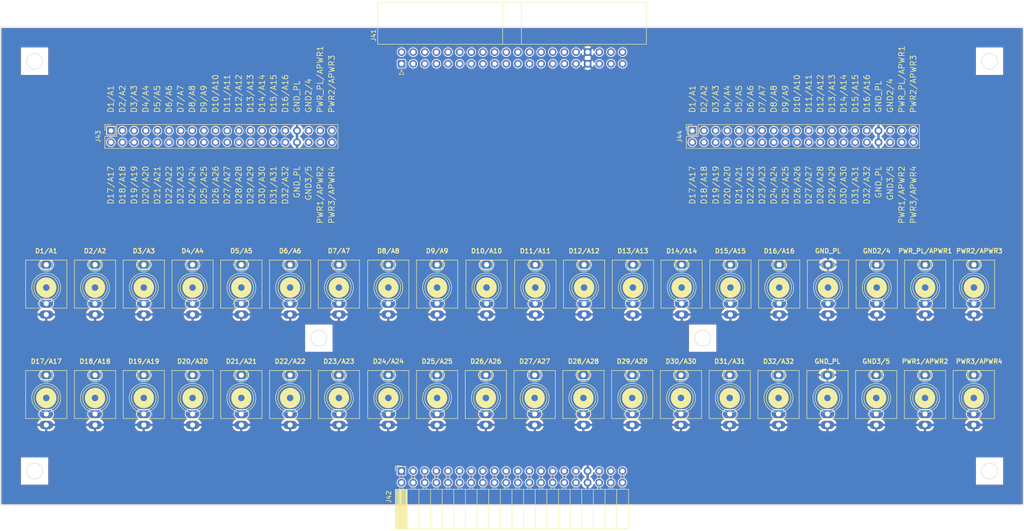
<source format=kicad_pcb>
(kicad_pcb (version 20240108) (generator "pcbnew") (generator_version "8.0")
  (title_block (title "Loom_Backplane") (company "Decapod Devices"))
  (layers (0 "F.Cu" signal) (31 "B.Cu" signal) (34 "B.Paste" user) (35 "F.Paste" user) (36 "B.SilkS" user "B.Silkscreen") (37 "F.SilkS" user "F.Silkscreen") (38 "B.Mask" user) (39 "F.Mask" user) (44 "Edge.Cuts" user))
  (property "D1" "D1/A1")
  (property "D10" "D10/A10")
  (property "D11" "D11/A11")
  (property "D12" "D12/A12")
  (property "D13" "D13/A13")
  (property "D14" "D14/A14")
  (property "D15" "D15/A15")
  (property "D16" "D16/A16")
  (property "D17" "D17/A17")
  (property "D18" "D18/A18")
  (property "D19" "D19/A19")
  (property "D2" "D2/A2")
  (property "D20" "D20/A20")
  (property "D21" "D21/A21")
  (property "D22" "D22/A22")
  (property "D23" "D23/A23")
  (property "D24" "D24/A24")
  (property "D25" "D25/A25")
  (property "D26" "D26/A26")
  (property "D27" "D27/A27")
  (property "D28" "D28/A28")
  (property "D29" "D29/A29")
  (property "D3" "D3/A3")
  (property "D30" "D30/A30")
  (property "D31" "D31/A31")
  (property "D32" "D32/A32")
  (property "D4" "D4/A4")
  (property "D5" "D5/A5")
  (property "D6" "D6/A6")
  (property "D7" "D7/A7")
  (property "D8" "D8/A8")
  (property "D9" "D9/A9")
  (property "GND2" "GND2/4")
  (property "GND3" "GND3/5")
  (property "GND_PL1" "GND_PL")
  (property "GND_PL2" "GND_PL")
  (property "PWR1" "PWR1/APWR2")
  (property "PWR2" "PWR2/APWR3")
  (property "PWR3" "PWR3/APWR4")
  (property "PWR_PL" "PWR_PL/APWR1")
  (net 0 "")
  (net 1 "GND_PL")
  (net 4 "D2{slash}A2")
  (net 5 "D3{slash}A3")
  (net 8 "D4{slash}A4")
  (net 9 "D5{slash}A5")
  (net 11 "D6{slash}A6")
  (net 13 "D7{slash}A7")
  (net 15 "D8{slash}A8")
  (net 18 "D9{slash}A9")
  (net 19 "D10{slash}A10")
  (net 21 "D11{slash}A11")
  (net 24 "D12{slash}A12")
  (net 25 "D13{slash}A13")
  (net 27 "D14{slash}A14")
  (net 30 "D15{slash}A15")
  (net 31 "D16{slash}A16")
  (net 35 "GND2{slash}4")
  (net 36 "PWR_PL{slash}APWR1")
  (net 38 "PWR2{slash}APWR3")
  (net 41 "D17{slash}A17")
  (net 43 "D19{slash}A19")
  (net 46 "D20{slash}A20")
  (net 48 "D21{slash}A21")
  (net 50 "D22{slash}A22")
  (net 51 "D23{slash}A23")
  (net 53 "D24{slash}A24")
  (net 55 "D25{slash}A25")
  (net 57 "D26{slash}A26")
  (net 60 "D27{slash}A27")
  (net 61 "D28{slash}A28")
  (net 64 "D29{slash}A29")
  (net 66 "D30{slash}A30")
  (net 68 "D31{slash}A31")
  (net 70 "D32{slash}A32")
  (net 72 "GND3{slash}5")
  (net 74 "PWR1{slash}APWR2")
  (net 76 "PWR3{slash}APWR4")
  (net 78 "D18{slash}A18")
  (net 79 "D1{slash}A1")
  (footprint "Decapod_Devices:AudioJack_WQP518MA_Compact_S_LongPads" (layer "F.Cu") (at 354.7502 214.5597)
    (property "Reference" "J16" (hide yes))
    (property "Value" "AudioJack2_SwitchT" (hide yes))
    (property "Name" "D16/A16" (at 0 -8 0) (layer "F.SilkS") (effects (font (thickness 0.2) (bold yes))))
    (pad "S" thru_hole oval (at 0 5.9) (size 3 1.8) (drill 1.1) (layers "*.Cu" "*.Mask") (net 1 "GND_PL"))
    (pad "T" thru_hole oval (at 0 -5) (size 3 1.8) (drill 1.1) (layers "*.Cu" "*.Mask") (net 31 "D16{slash}A16"))
    (pad "TN" thru_hole oval (at 0 3.5) (size 3 1.8) (drill 1.1) (layers "*.Cu" "*.Mask"))
    (zone (net 0) (net_name "") (layer "F.Cu") (connect_pads (clearance 0)) (min_thickness 0.254)
      (keepout (tracks not_allowed) (vias not_allowed) (pads not_allowed) (copperpour not_allowed) (footprints not_allowed))
      (fill (thermal_gap 0.508) (thermal_bridge_width 0.508))
      (polygon (pts (xy 355.6502 213.3597) (xy 356.1502 213.9597) (xy 356.2502 214.5597) (xy 356.1502 215.1597) (xy 355.6502 215.7597) (xy 354.7502 216.0597) (xy 353.8502 215.7597) (xy 353.3502 215.1597) (xy 353.2502 214.5597) (xy 353.3502 213.9597) (xy 353.8502 213.3597) (xy 354.7502 213.0597)))
    )
  )
  (footprint "Decapod_Devices:AudioJack_WQP518MA_Compact_S_LongPads" (layer "F.Cu") (at 333.3052 238.6897)
    (property "Reference" "J34" (hide yes))
    (property "Value" "AudioJack2_SwitchT" (hide yes))
    (property "Name" "D30/A30" (at 0 -8 0) (layer "F.SilkS") (effects (font (thickness 0.2) (bold yes))))
    (pad "S" thru_hole oval (at 0 5.9) (size 3 1.8) (drill 1.1) (layers "*.Cu" "*.Mask") (net 1 "GND_PL"))
    (pad "T" thru_hole oval (at 0 -5) (size 3 1.8) (drill 1.1) (layers "*.Cu" "*.Mask") (net 66 "D30{slash}A30"))
    (pad "TN" thru_hole oval (at 0 3.5) (size 3 1.8) (drill 1.1) (layers "*.Cu" "*.Mask"))
    (zone (net 0) (net_name "") (layer "F.Cu") (connect_pads (clearance 0)) (min_thickness 0.254)
      (keepout (tracks not_allowed) (vias not_allowed) (pads not_allowed) (copperpour not_allowed) (footprints not_allowed))
      (fill (thermal_gap 0.508) (thermal_bridge_width 0.508))
      (polygon (pts (xy 334.2052 237.4897) (xy 334.7052 238.0897) (xy 334.8052 238.6897) (xy 334.7052 239.2897) (xy 334.2052 239.8897) (xy 333.3052 240.1897) (xy 332.4052 239.8897) (xy 331.9052 239.2897) (xy 331.8052 238.6897) (xy 331.9052 238.0897) (xy 332.4052 237.4897) (xy 333.3052 237.1897)))
    )
  )
  (footprint "Decapod_Devices:AudioJack_WQP518MA_Compact_S_LongPads" (layer "F.Cu") (at 237.3102 214.5597)
    (property "Reference" "J5" (hide yes))
    (property "Value" "AudioJack2_SwitchT" (hide yes))
    (property "Name" "D5/A5" (at 0 -8 0) (layer "F.SilkS") (effects (font (thickness 0.2) (bold yes))))
    (pad "S" thru_hole oval (at 0 5.9) (size 3 1.8) (drill 1.1) (layers "*.Cu" "*.Mask") (net 1 "GND_PL"))
    (pad "T" thru_hole oval (at 0 -5) (size 3 1.8) (drill 1.1) (layers "*.Cu" "*.Mask") (net 9 "D5{slash}A5"))
    (pad "TN" thru_hole oval (at 0 3.5) (size 3 1.8) (drill 1.1) (layers "*.Cu" "*.Mask"))
    (zone (net 0) (net_name "") (layer "F.Cu") (connect_pads (clearance 0)) (min_thickness 0.254)
      (keepout (tracks not_allowed) (vias not_allowed) (pads not_allowed) (copperpour not_allowed) (footprints not_allowed))
      (fill (thermal_gap 0.508) (thermal_bridge_width 0.508))
      (polygon (pts (xy 238.2102 213.3597) (xy 238.7102 213.9597) (xy 238.8102 214.5597) (xy 238.7102 215.1597) (xy 238.2102 215.7597) (xy 237.3102 216.0597) (xy 236.4102 215.7597) (xy 235.9102 215.1597) (xy 235.8102 214.5597) (xy 235.9102 213.9597) (xy 236.4102 213.3597) (xy 237.3102 213.0597)))
    )
  )
  (footprint "Decapod_Devices:AudioJack_WQP518MA_Compact_S_LongPads" (layer "F.Cu") (at 397.2402 238.6897)
    (property "Reference" "J40" (hide yes))
    (property "Value" "AudioJack2_SwitchT" (hide yes))
    (property "Name" "PWR3/APWR4" (at 1.18 -8 0) (layer "F.SilkS") (effects (font (thickness 0.2) (bold yes))))
    (pad "S" thru_hole oval (at 0 5.9) (size 3 1.8) (drill 1.1) (layers "*.Cu" "*.Mask") (net 1 "GND_PL"))
    (pad "T" thru_hole oval (at 0 -5) (size 3 1.8) (drill 1.1) (layers "*.Cu" "*.Mask") (net 76 "PWR3{slash}APWR4"))
    (pad "TN" thru_hole oval (at 0 3.5) (size 3 1.8) (drill 1.1) (layers "*.Cu" "*.Mask"))
    (zone (net 0) (net_name "") (layer "F.Cu") (connect_pads (clearance 0)) (min_thickness 0.254)
      (keepout (tracks not_allowed) (vias not_allowed) (pads not_allowed) (copperpour not_allowed) (footprints not_allowed))
      (fill (thermal_gap 0.508) (thermal_bridge_width 0.508))
      (polygon (pts (xy 398.1402 237.4897) (xy 398.6402 238.0897) (xy 398.7402 238.6897) (xy 398.6402 239.2897) (xy 398.1402 239.8897) (xy 397.2402 240.1897) (xy 396.3402 239.8897) (xy 395.8402 239.2897) (xy 395.7402 238.6897) (xy 395.8402 238.0897) (xy 396.3402 237.4897) (xy 397.2402 237.1897)))
    )
  )
  (footprint "Decapod_Devices:AudioJack_WQP518MA_Compact_S_LongPads" (layer "F.Cu") (at 344.1002 214.5597)
    (property "Reference" "J15" (hide yes))
    (property "Value" "AudioJack2_SwitchT" (hide yes))
    (property "Name" "D15/A15" (at 0 -8 0) (layer "F.SilkS") (effects (font (thickness 0.2) (bold yes))))
    (pad "S" thru_hole oval (at 0 5.9) (size 3 1.8) (drill 1.1) (layers "*.Cu" "*.Mask") (net 1 "GND_PL"))
    (pad "T" thru_hole oval (at 0 -5) (size 3 1.8) (drill 1.1) (layers "*.Cu" "*.Mask") (net 30 "D15{slash}A15"))
    (pad "TN" thru_hole oval (at 0 3.5) (size 3 1.8) (drill 1.1) (layers "*.Cu" "*.Mask"))
    (zone (net 0) (net_name "") (layer "F.Cu") (connect_pads (clearance 0)) (min_thickness 0.254)
      (keepout (tracks not_allowed) (vias not_allowed) (pads not_allowed) (copperpour not_allowed) (footprints not_allowed))
      (fill (thermal_gap 0.508) (thermal_bridge_width 0.508))
      (polygon (pts (xy 345.0002 213.3597) (xy 345.5002 213.9597) (xy 345.6002 214.5597) (xy 345.5002 215.1597) (xy 345.0002 215.7597) (xy 344.1002 216.0597) (xy 343.2002 215.7597) (xy 342.7002 215.1597) (xy 342.6002 214.5597) (xy 342.7002 213.9597) (xy 343.2002 213.3597) (xy 344.1002 213.0597)))
    )
  )
  (footprint "Decapod_Devices:AudioJack_WQP518MA_Compact_S_LongPads" (layer "F.Cu") (at 343.9552 238.6897)
    (property "Reference" "J35" (hide yes))
    (property "Value" "AudioJack2_SwitchT" (hide yes))
    (property "Name" "D31/A31" (at 0 -8 0) (layer "F.SilkS") (effects (font (thickness 0.2) (bold yes))))
    (pad "S" thru_hole oval (at 0 5.9) (size 3 1.8) (drill 1.1) (layers "*.Cu" "*.Mask") (net 1 "GND_PL"))
    (pad "T" thru_hole oval (at 0 -5) (size 3 1.8) (drill 1.1) (layers "*.Cu" "*.Mask") (net 68 "D31{slash}A31"))
    (pad "TN" thru_hole oval (at 0 3.5) (size 3 1.8) (drill 1.1) (layers "*.Cu" "*.Mask"))
    (zone (net 0) (net_name "") (layer "F.Cu") (connect_pads (clearance 0)) (min_thickness 0.254)
      (keepout (tracks not_allowed) (vias not_allowed) (pads not_allowed) (copperpour not_allowed) (footprints not_allowed))
      (fill (thermal_gap 0.508) (thermal_bridge_width 0.508))
      (polygon (pts (xy 344.8552 237.4897) (xy 345.3552 238.0897) (xy 345.4552 238.6897) (xy 345.3552 239.2897) (xy 344.8552 239.8897) (xy 343.9552 240.1897) (xy 343.0552 239.8897) (xy 342.5552 239.2897) (xy 342.4552 238.6897) (xy 342.5552 238.0897) (xy 343.0552 237.4897) (xy 343.9552 237.1897)))
    )
  )
  (footprint "Decapod_Devices:AudioJack_WQP518MA_Compact_S_LongPads" (layer "F.Cu") (at 333.4502 214.5597)
    (property "Reference" "J14" (hide yes))
    (property "Value" "AudioJack2_SwitchT" (hide yes))
    (property "Name" "D14/A14" (at 0 -8 0) (layer "F.SilkS") (effects (font (thickness 0.2) (bold yes))))
    (pad "S" thru_hole oval (at 0 5.9) (size 3 1.8) (drill 1.1) (layers "*.Cu" "*.Mask") (net 1 "GND_PL"))
    (pad "T" thru_hole oval (at 0 -5) (size 3 1.8) (drill 1.1) (layers "*.Cu" "*.Mask") (net 27 "D14{slash}A14"))
    (pad "TN" thru_hole oval (at 0 3.5) (size 3 1.8) (drill 1.1) (layers "*.Cu" "*.Mask"))
    (zone (net 0) (net_name "") (layer "F.Cu") (connect_pads (clearance 0)) (min_thickness 0.254)
      (keepout (tracks not_allowed) (vias not_allowed) (pads not_allowed) (copperpour not_allowed) (footprints not_allowed))
      (fill (thermal_gap 0.508) (thermal_bridge_width 0.508))
      (polygon (pts (xy 334.3502 213.3597) (xy 334.8502 213.9597) (xy 334.9502 214.5597) (xy 334.8502 215.1597) (xy 334.3502 215.7597) (xy 333.4502 216.0597) (xy 332.5502 215.7597) (xy 332.0502 215.1597) (xy 331.9502 214.5597) (xy 332.0502 213.9597) (xy 332.5502 213.3597) (xy 333.4502 213.0597)))
    )
  )
  (footprint "Decapod_Devices:AudioJack_WQP518MA_Compact_S_LongPads" (layer "F.Cu") (at 258.6102 214.5597)
    (property "Reference" "J7" (hide yes))
    (property "Value" "AudioJack2_SwitchT" (hide yes))
    (property "Name" "D7/A7" (at 0 -8 0) (layer "F.SilkS") (effects (font (thickness 0.2) (bold yes))))
    (pad "S" thru_hole oval (at 0 5.9) (size 3 1.8) (drill 1.1) (layers "*.Cu" "*.Mask") (net 1 "GND_PL"))
    (pad "T" thru_hole oval (at 0 -5) (size 3 1.8) (drill 1.1) (layers "*.Cu" "*.Mask") (net 13 "D7{slash}A7"))
    (pad "TN" thru_hole oval (at 0 3.5) (size 3 1.8) (drill 1.1) (layers "*.Cu" "*.Mask"))
    (zone (net 0) (net_name "") (layer "F.Cu") (connect_pads (clearance 0)) (min_thickness 0.254)
      (keepout (tracks not_allowed) (vias not_allowed) (pads not_allowed) (copperpour not_allowed) (footprints not_allowed))
      (fill (thermal_gap 0.508) (thermal_bridge_width 0.508))
      (polygon (pts (xy 259.5102 213.3597) (xy 260.0102 213.9597) (xy 260.1102 214.5597) (xy 260.0102 215.1597) (xy 259.5102 215.7597) (xy 258.6102 216.0597) (xy 257.7102 215.7597) (xy 257.2102 215.1597) (xy 257.1102 214.5597) (xy 257.2102 213.9597) (xy 257.7102 213.3597) (xy 258.6102 213.0597)))
    )
  )
  (footprint "Decapod_Devices:AudioJack_WQP518MA_Compact_S_LongPads" (layer "F.Cu") (at 226.6602 238.6897)
    (property "Reference" "J24" (hide yes))
    (property "Value" "AudioJack2_SwitchT" (hide yes))
    (property "Name" "D20/A20" (at 0 -8 0) (layer "F.SilkS") (effects (font (thickness 0.2) (bold yes))))
    (pad "S" thru_hole oval (at 0 5.9) (size 3 1.8) (drill 1.1) (layers "*.Cu" "*.Mask") (net 1 "GND_PL"))
    (pad "T" thru_hole oval (at 0 -5) (size 3 1.8) (drill 1.1) (layers "*.Cu" "*.Mask") (net 46 "D20{slash}A20"))
    (pad "TN" thru_hole oval (at 0 3.5) (size 3 1.8) (drill 1.1) (layers "*.Cu" "*.Mask"))
    (zone (net 0) (net_name "") (layer "F.Cu") (connect_pads (clearance 0)) (min_thickness 0.254)
      (keepout (tracks not_allowed) (vias not_allowed) (pads not_allowed) (copperpour not_allowed) (footprints not_allowed))
      (fill (thermal_gap 0.508) (thermal_bridge_width 0.508))
      (polygon (pts (xy 227.5602 237.4897) (xy 228.0602 238.0897) (xy 228.1602 238.6897) (xy 228.0602 239.2897) (xy 227.5602 239.8897) (xy 226.6602 240.1897) (xy 225.7602 239.8897) (xy 225.2602 239.2897) (xy 225.1602 238.6897) (xy 225.2602 238.0897) (xy 225.7602 237.4897) (xy 226.6602 237.1897)))
    )
  )
  (footprint "Connector_PinSocket_2.54mm:PinSocket_2x20_P2.54mm_Horizontal" (layer "F.Cu") (at 272.2702 254.6547 90)
    (property "Reference" "J42" (at -5.65 -2.77 90) (layer "F.SilkS"))
    (property "Value" "Conn_02x20_Male")
    (pad "1" thru_hole rect (at 0 0 90) (size 1.7 1.7) (drill 1) (layers "*.Cu" "*.Mask") (net 79 "D1{slash}A1"))
    (pad "2" thru_hole oval (at -2.54 0 90) (size 1.7 1.7) (drill 1) (layers "*.Cu" "*.Mask") (net 41 "D17{slash}A17"))
    (pad "3" thru_hole oval (at 0 2.54 90) (size 1.7 1.7) (drill 1) (layers "*.Cu" "*.Mask") (net 4 "D2{slash}A2"))
    (pad "4" thru_hole oval (at -2.54 2.54 90) (size 1.7 1.7) (drill 1) (layers "*.Cu" "*.Mask") (net 78 "D18{slash}A18"))
    (pad "5" thru_hole oval (at 0 5.08 90) (size 1.7 1.7) (drill 1) (layers "*.Cu" "*.Mask") (net 5 "D3{slash}A3"))
    (pad "6" thru_hole oval (at -2.54 5.08 90) (size 1.7 1.7) (drill 1) (layers "*.Cu" "*.Mask") (net 43 "D19{slash}A19"))
    (pad "7" thru_hole oval (at 0 7.62 90) (size 1.7 1.7) (drill 1) (layers "*.Cu" "*.Mask") (net 8 "D4{slash}A4"))
    (pad "8" thru_hole oval (at -2.54 7.62 90) (size 1.7 1.7) (drill 1) (layers "*.Cu" "*.Mask") (net 46 "D20{slash}A20"))
    (pad "9" thru_hole oval (at 0 10.16 90) (size 1.7 1.7) (drill 1) (layers "*.Cu" "*.Mask") (net 9 "D5{slash}A5"))
    (pad "10" thru_hole oval (at -2.54 10.16 90) (size 1.7 1.7) (drill 1) (layers "*.Cu" "*.Mask") (net 48 "D21{slash}A21"))
    (pad "11" thru_hole oval (at 0 12.7 90) (size 1.7 1.7) (drill 1) (layers "*.Cu" "*.Mask") (net 11 "D6{slash}A6"))
    (pad "12" thru_hole oval (at -2.54 12.7 90) (size 1.7 1.7) (drill 1) (layers "*.Cu" "*.Mask") (net 50 "D22{slash}A22"))
    (pad "13" thru_hole oval (at 0 15.24 90) (size 1.7 1.7) (drill 1) (layers "*.Cu" "*.Mask") (net 13 "D7{slash}A7"))
    (pad "14" thru_hole oval (at -2.54 15.24 90) (size 1.7 1.7) (drill 1) (layers "*.Cu" "*.Mask") (net 51 "D23{slash}A23"))
    (pad "15" thru_hole oval (at 0 17.78 90) (size 1.7 1.7) (drill 1) (layers "*.Cu" "*.Mask") (net 15 "D8{slash}A8"))
    (pad "16" thru_hole oval (at -2.54 17.78 90) (size 1.7 1.7) (drill 1) (layers "*.Cu" "*.Mask") (net 53 "D24{slash}A24"))
    (pad "17" thru_hole oval (at 0 20.32 90) (size 1.7 1.7) (drill 1) (layers "*.Cu" "*.Mask") (net 18 "D9{slash}A9"))
    (pad "18" thru_hole oval (at -2.54 20.32 90) (size 1.7 1.7) (drill 1) (layers "*.Cu" "*.Mask") (net 55 "D25{slash}A25"))
    (pad "19" thru_hole oval (at 0 22.86 90) (size 1.7 1.7) (drill 1) (layers "*.Cu" "*.Mask") (net 19 "D10{slash}A10"))
    (pad "20" thru_hole oval (at -2.54 22.86 90) (size 1.7 1.7) (drill 1) (layers "*.Cu" "*.Mask") (net 57 "D26{slash}A26"))
    (pad "21" thru_hole oval (at 0 25.4 90) (size 1.7 1.7) (drill 1) (layers "*.Cu" "*.Mask") (net 21 "D11{slash}A11"))
    (pad "22" thru_hole oval (at -2.54 25.4 90) (size 1.7 1.7) (drill 1) (layers "*.Cu" "*.Mask") (net 60 "D27{slash}A27"))
    (pad "23" thru_hole oval (at 0 27.94 90) (size 1.7 1.7) (drill 1) (layers "*.Cu" "*.Mask") (net 24 "D12{slash}A12"))
    (pad "24" thru_hole oval (at -2.54 27.94 90) (size 1.7 1.7) (drill 1) (layers "*.Cu" "*.Mask") (net 61 "D28{slash}A28"))
    (pad "25" thru_hole oval (at 0 30.48 90) (size 1.7 1.7) (drill 1) (layers "*.Cu" "*.Mask") (net 25 "D13{slash}A13"))
    (pad "26" thru_hole oval (at -2.54 30.48 90) (size 1.7 1.7) (drill 1) (layers "*.Cu" "*.Mask") (net 64 "D29{slash}A29"))
    (pad "27" thru_hole oval (at 0 33.02 90) (size 1.7 1.7) (drill 1) (layers "*.Cu" "*.Mask") (net 27 "D14{slash}A14"))
    (pad "28" thru_hole oval (at -2.54 33.02 90) (size 1.7 1.7) (drill 1) (layers "*.Cu" "*.Mask") (net 66 "D30{slash}A30"))
    (pad "29" thru_hole oval (at 0 35.56 90) (size 1.7 1.7) (drill 1) (layers "*.Cu" "*.Mask") (net 30 "D15{slash}A15"))
    (pad "30" thru_hole oval (at -2.54 35.56 90) (size 1.7 1.7) (drill 1) (layers "*.Cu" "*.Mask") (net 68 "D31{slash}A31"))
    (pad "31" thru_hole oval (at 0 38.1 90) (size 1.7 1.7) (drill 1) (layers "*.Cu" "*.Mask") (net 31 "D16{slash}A16"))
    (pad "32" thru_hole oval (at -2.54 38.1 90) (size 1.7 1.7) (drill 1) (layers "*.Cu" "*.Mask") (net 70 "D32{slash}A32"))
    (pad "33" thru_hole oval (at 0 40.64 90) (size 1.7 1.7) (drill 1) (layers "*.Cu" "*.Mask") (net 1 "GND_PL"))
    (pad "34" thru_hole oval (at -2.54 40.64 90) (size 1.7 1.7) (drill 1) (layers "*.Cu" "*.Mask") (net 1 "GND_PL"))
    (pad "35" thru_hole oval (at 0 43.18 90) (size 1.7 1.7) (drill 1) (layers "*.Cu" "*.Mask") (net 35 "GND2{slash}4"))
    (pad "36" thru_hole oval (at -2.54 43.18 90) (size 1.7 1.7) (drill 1) (layers "*.Cu" "*.Mask") (net 72 "GND3{slash}5"))
    (pad "37" thru_hole oval (at 0 45.72 90) (size 1.7 1.7) (drill 1) (layers "*.Cu" "*.Mask") (net 36 "PWR_PL{slash}APWR1"))
    (pad "38" thru_hole oval (at -2.54 45.72 90) (size 1.7 1.7) (drill 1) (layers "*.Cu" "*.Mask") (net 74 "PWR1{slash}APWR2"))
    (pad "39" thru_hole oval (at 0 48.26 90) (size 1.7 1.7) (drill 1) (layers "*.Cu" "*.Mask") (net 38 "PWR2{slash}APWR3"))
    (pad "40" thru_hole oval (at -2.54 48.26 90) (size 1.7 1.7) (drill 1) (layers "*.Cu" "*.Mask") (net 76 "PWR3{slash}APWR4"))
  )
  (footprint "Decapod_Devices:AudioJack_WQP518MA_Compact_S_LongPads" (layer "F.Cu") (at 322.8002 214.5597)
    (property "Reference" "J13" (hide yes))
    (property "Value" "AudioJack2_SwitchT" (hide yes))
    (property "Name" "D13/A13" (at 0 -8 0) (layer "F.SilkS") (effects (font (thickness 0.2) (bold yes))))
    (pad "S" thru_hole oval (at 0 5.9) (size 3 1.8) (drill 1.1) (layers "*.Cu" "*.Mask") (net 1 "GND_PL"))
    (pad "T" thru_hole oval (at 0 -5) (size 3 1.8) (drill 1.1) (layers "*.Cu" "*.Mask") (net 25 "D13{slash}A13"))
    (pad "TN" thru_hole oval (at 0 3.5) (size 3 1.8) (drill 1.1) (layers "*.Cu" "*.Mask"))
    (zone (net 0) (net_name "") (layer "F.Cu") (connect_pads (clearance 0)) (min_thickness 0.254)
      (keepout (tracks not_allowed) (vias not_allowed) (pads not_allowed) (copperpour not_allowed) (footprints not_allowed))
      (fill (thermal_gap 0.508) (thermal_bridge_width 0.508))
      (polygon (pts (xy 323.7002 213.3597) (xy 324.2002 213.9597) (xy 324.3002 214.5597) (xy 324.2002 215.1597) (xy 323.7002 215.7597) (xy 322.8002 216.0597) (xy 321.9002 215.7597) (xy 321.4002 215.1597) (xy 321.3002 214.5597) (xy 321.4002 213.9597) (xy 321.9002 213.3597) (xy 322.8002 213.0597)))
    )
  )
  (footprint "Decapod_Devices:AudioJack_WQP518MA_Compact_S_LongPads" (layer "F.Cu") (at 280.0552 238.6897)
    (property "Reference" "J29" (hide yes))
    (property "Value" "AudioJack2_SwitchT" (hide yes))
    (property "Name" "D25/A25" (at 0 -8 0) (layer "F.SilkS") (effects (font (thickness 0.2) (bold yes))))
    (pad "S" thru_hole oval (at 0 5.9) (size 3 1.8) (drill 1.1) (layers "*.Cu" "*.Mask") (net 1 "GND_PL"))
    (pad "T" thru_hole oval (at 0 -5) (size 3 1.8) (drill 1.1) (layers "*.Cu" "*.Mask") (net 55 "D25{slash}A25"))
    (pad "TN" thru_hole oval (at 0 3.5) (size 3 1.8) (drill 1.1) (layers "*.Cu" "*.Mask"))
    (zone (net 0) (net_name "") (layer "F.Cu") (connect_pads (clearance 0)) (min_thickness 0.254)
      (keepout (tracks not_allowed) (vias not_allowed) (pads not_allowed) (copperpour not_allowed) (footprints not_allowed))
      (fill (thermal_gap 0.508) (thermal_bridge_width 0.508))
      (polygon (pts (xy 280.9552 237.4897) (xy 281.4552 238.0897) (xy 281.5552 238.6897) (xy 281.4552 239.2897) (xy 280.9552 239.8897) (xy 280.0552 240.1897) (xy 279.1552 239.8897) (xy 278.6552 239.2897) (xy 278.5552 238.6897) (xy 278.6552 238.0897) (xy 279.1552 237.4897) (xy 280.0552 237.1897)))
    )
  )
  (footprint "Decapod_Devices:AudioJack_WQP518MA_Compact_S_LongPads" (layer "F.Cu") (at 216.0102 238.6897)
    (property "Reference" "J23" (hide yes))
    (property "Value" "AudioJack2_SwitchT" (hide yes))
    (property "Name" "D19/A19" (at 0 -8 0) (layer "F.SilkS") (effects (font (thickness 0.2) (bold yes))))
    (pad "S" thru_hole oval (at 0 5.9) (size 3 1.8) (drill 1.1) (layers "*.Cu" "*.Mask") (net 1 "GND_PL"))
    (pad "T" thru_hole oval (at 0 -5) (size 3 1.8) (drill 1.1) (layers "*.Cu" "*.Mask") (net 43 "D19{slash}A19"))
    (pad "TN" thru_hole oval (at 0 3.5) (size 3 1.8) (drill 1.1) (layers "*.Cu" "*.Mask"))
    (zone (net 0) (net_name "") (layer "F.Cu") (connect_pads (clearance 0)) (min_thickness 0.254)
      (keepout (tracks not_allowed) (vias not_allowed) (pads not_allowed) (copperpour not_allowed) (footprints not_allowed))
      (fill (thermal_gap 0.508) (thermal_bridge_width 0.508))
      (polygon (pts (xy 216.9102 237.4897) (xy 217.4102 238.0897) (xy 217.5102 238.6897) (xy 217.4102 239.2897) (xy 216.9102 239.8897) (xy 216.0102 240.1897) (xy 215.1102 239.8897) (xy 214.6102 239.2897) (xy 214.5102 238.6897) (xy 214.6102 238.0897) (xy 215.1102 237.4897) (xy 216.0102 237.1897)))
    )
  )
  (footprint "Decapod_Devices:AudioJack_WQP518MA_Compact_S_LongPads" (layer "F.Cu") (at 312.0052 238.6897)
    (property "Reference" "J32" (hide yes))
    (property "Value" "AudioJack2_SwitchT" (hide yes))
    (property "Name" "D28/A28" (at 0 -8 0) (layer "F.SilkS") (effects (font (thickness 0.2) (bold yes))))
    (pad "S" thru_hole oval (at 0 5.9) (size 3 1.8) (drill 1.1) (layers "*.Cu" "*.Mask") (net 1 "GND_PL"))
    (pad "T" thru_hole oval (at 0 -5) (size 3 1.8) (drill 1.1) (layers "*.Cu" "*.Mask") (net 61 "D28{slash}A28"))
    (pad "TN" thru_hole oval (at 0 3.5) (size 3 1.8) (drill 1.1) (layers "*.Cu" "*.Mask"))
    (zone (net 0) (net_name "") (layer "F.Cu") (connect_pads (clearance 0)) (min_thickness 0.254)
      (keepout (tracks not_allowed) (vias not_allowed) (pads not_allowed) (copperpour not_allowed) (footprints not_allowed))
      (fill (thermal_gap 0.508) (thermal_bridge_width 0.508))
      (polygon (pts (xy 312.9052 237.4897) (xy 313.4052 238.0897) (xy 313.5052 238.6897) (xy 313.4052 239.2897) (xy 312.9052 239.8897) (xy 312.0052 240.1897) (xy 311.1052 239.8897) (xy 310.6052 239.2897) (xy 310.5052 238.6897) (xy 310.6052 238.0897) (xy 311.1052 237.4897) (xy 312.0052 237.1897)))
    )
  )
  (footprint "Decapod_Devices:AudioJack_WQP518MA_Compact_S_LongPads" (layer "F.Cu") (at 290.8502 214.5597)
    (property "Reference" "J10" (hide yes))
    (property "Value" "AudioJack2_SwitchT" (hide yes))
    (property "Name" "D10/A10" (at 0 -8 0) (layer "F.SilkS") (effects (font (thickness 0.2) (bold yes))))
    (pad "S" thru_hole oval (at 0 5.9) (size 3 1.8) (drill 1.1) (layers "*.Cu" "*.Mask") (net 1 "GND_PL"))
    (pad "T" thru_hole oval (at 0 -5) (size 3 1.8) (drill 1.1) (layers "*.Cu" "*.Mask") (net 19 "D10{slash}A10"))
    (pad "TN" thru_hole oval (at 0 3.5) (size 3 1.8) (drill 1.1) (layers "*.Cu" "*.Mask"))
    (zone (net 0) (net_name "") (layer "F.Cu") (connect_pads (clearance 0)) (min_thickness 0.254)
      (keepout (tracks not_allowed) (vias not_allowed) (pads not_allowed) (copperpour not_allowed) (footprints not_allowed))
      (fill (thermal_gap 0.508) (thermal_bridge_width 0.508))
      (polygon (pts (xy 291.7502 213.3597) (xy 292.2502 213.9597) (xy 292.3502 214.5597) (xy 292.2502 215.1597) (xy 291.7502 215.7597) (xy 290.8502 216.0597) (xy 289.9502 215.7597) (xy 289.4502 215.1597) (xy 289.3502 214.5597) (xy 289.4502 213.9597) (xy 289.9502 213.3597) (xy 290.8502 213.0597)))
    )
  )
  (footprint "Decapod_Devices:AudioJack_WQP518MA_Compact_S_LongPads" (layer "F.Cu") (at 205.3602 214.5597)
    (property "Reference" "J2" (hide yes))
    (property "Value" "AudioJack2_SwitchT" (hide yes))
    (property "Name" "D2/A2" (at 0 -8 0) (layer "F.SilkS") (effects (font (thickness 0.2) (bold yes))))
    (pad "S" thru_hole oval (at 0 5.9) (size 3 1.8) (drill 1.1) (layers "*.Cu" "*.Mask") (net 1 "GND_PL"))
    (pad "T" thru_hole oval (at 0 -5) (size 3 1.8) (drill 1.1) (layers "*.Cu" "*.Mask") (net 4 "D2{slash}A2"))
    (pad "TN" thru_hole oval (at 0 3.5) (size 3 1.8) (drill 1.1) (layers "*.Cu" "*.Mask"))
    (zone (net 0) (net_name "") (layer "F.Cu") (connect_pads (clearance 0)) (min_thickness 0.254)
      (keepout (tracks not_allowed) (vias not_allowed) (pads not_allowed) (copperpour not_allowed) (footprints not_allowed))
      (fill (thermal_gap 0.508) (thermal_bridge_width 0.508))
      (polygon (pts (xy 206.2602 213.3597) (xy 206.7602 213.9597) (xy 206.8602 214.5597) (xy 206.7602 215.1597) (xy 206.2602 215.7597) (xy 205.3602 216.0597) (xy 204.4602 215.7597) (xy 203.9602 215.1597) (xy 203.8602 214.5597) (xy 203.9602 213.9597) (xy 204.4602 213.3597) (xy 205.3602 213.0597)))
    )
  )
  (footprint "Decapod_Devices:AudioJack_WQP518MA_Compact_S_LongPads" (layer "F.Cu") (at 247.9602 214.5597)
    (property "Reference" "J6" (hide yes))
    (property "Value" "AudioJack2_SwitchT" (hide yes))
    (property "Name" "D6/A6" (at 0 -8 0) (layer "F.SilkS") (effects (font (thickness 0.2) (bold yes))))
    (pad "S" thru_hole oval (at 0 5.9) (size 3 1.8) (drill 1.1) (layers "*.Cu" "*.Mask") (net 1 "GND_PL"))
    (pad "T" thru_hole oval (at 0 -5) (size 3 1.8) (drill 1.1) (layers "*.Cu" "*.Mask") (net 11 "D6{slash}A6"))
    (pad "TN" thru_hole oval (at 0 3.5) (size 3 1.8) (drill 1.1) (layers "*.Cu" "*.Mask"))
    (zone (net 0) (net_name "") (layer "F.Cu") (connect_pads (clearance 0)) (min_thickness 0.254)
      (keepout (tracks not_allowed) (vias not_allowed) (pads not_allowed) (copperpour not_allowed) (footprints not_allowed))
      (fill (thermal_gap 0.508) (thermal_bridge_width 0.508))
      (polygon (pts (xy 248.8602 213.3597) (xy 249.3602 213.9597) (xy 249.4602 214.5597) (xy 249.3602 215.1597) (xy 248.8602 215.7597) (xy 247.9602 216.0597) (xy 247.0602 215.7597) (xy 246.5602 215.1597) (xy 246.4602 214.5597) (xy 246.5602 213.9597) (xy 247.0602 213.3597) (xy 247.9602 213.0597)))
    )
  )
  (footprint "Decapod_Devices:AudioJack_WQP518MA_Compact_S_LongPads" (layer "F.Cu") (at 290.7052 238.6897)
    (property "Reference" "J30" (hide yes))
    (property "Value" "AudioJack2_SwitchT" (hide yes))
    (property "Name" "D26/A26" (at 0 -8 0) (layer "F.SilkS") (effects (font (thickness 0.2) (bold yes))))
    (pad "S" thru_hole oval (at 0 5.9) (size 3 1.8) (drill 1.1) (layers "*.Cu" "*.Mask") (net 1 "GND_PL"))
    (pad "T" thru_hole oval (at 0 -5) (size 3 1.8) (drill 1.1) (layers "*.Cu" "*.Mask") (net 57 "D26{slash}A26"))
    (pad "TN" thru_hole oval (at 0 3.5) (size 3 1.8) (drill 1.1) (layers "*.Cu" "*.Mask"))
    (zone (net 0) (net_name "") (layer "F.Cu") (connect_pads (clearance 0)) (min_thickness 0.254)
      (keepout (tracks not_allowed) (vias not_allowed) (pads not_allowed) (copperpour not_allowed) (footprints not_allowed))
      (fill (thermal_gap 0.508) (thermal_bridge_width 0.508))
      (polygon (pts (xy 291.6052 237.4897) (xy 292.1052 238.0897) (xy 292.2052 238.6897) (xy 292.1052 239.2897) (xy 291.6052 239.8897) (xy 290.7052 240.1897) (xy 289.8052 239.8897) (xy 289.3052 239.2897) (xy 289.2052 238.6897) (xy 289.3052 238.0897) (xy 289.8052 237.4897) (xy 290.7052 237.1897)))
    )
  )
  (footprint "Decapod_Devices:AudioJack_WQP518MA_Compact_S_LongPads" (layer "F.Cu") (at 301.3552 238.6897)
    (property "Reference" "J31" (hide yes))
    (property "Value" "AudioJack2_SwitchT" (hide yes))
    (property "Name" "D27/A27" (at 0 -8 0) (layer "F.SilkS") (effects (font (thickness 0.2) (bold yes))))
    (pad "S" thru_hole oval (at 0 5.9) (size 3 1.8) (drill 1.1) (layers "*.Cu" "*.Mask") (net 1 "GND_PL"))
    (pad "T" thru_hole oval (at 0 -5) (size 3 1.8) (drill 1.1) (layers "*.Cu" "*.Mask") (net 60 "D27{slash}A27"))
    (pad "TN" thru_hole oval (at 0 3.5) (size 3 1.8) (drill 1.1) (layers "*.Cu" "*.Mask"))
    (zone (net 0) (net_name "") (layer "F.Cu") (connect_pads (clearance 0)) (min_thickness 0.254)
      (keepout (tracks not_allowed) (vias not_allowed) (pads not_allowed) (copperpour not_allowed) (footprints not_allowed))
      (fill (thermal_gap 0.508) (thermal_bridge_width 0.508))
      (polygon (pts (xy 302.2552 237.4897) (xy 302.7552 238.0897) (xy 302.8552 238.6897) (xy 302.7552 239.2897) (xy 302.2552 239.8897) (xy 301.3552 240.1897) (xy 300.4552 239.8897) (xy 299.9552 239.2897) (xy 299.8552 238.6897) (xy 299.9552 238.0897) (xy 300.4552 237.4897) (xy 301.3552 237.1897)))
    )
  )
  (footprint "Decapod_Devices:AudioJack_WQP518MA_Compact_S_LongPads" (layer "F.Cu") (at 237.3102 238.6897)
    (property "Reference" "J25" (hide yes))
    (property "Value" "AudioJack2_SwitchT" (hide yes))
    (property "Name" "D21/A21" (at 0 -8 0) (layer "F.SilkS") (effects (font (thickness 0.2) (bold yes))))
    (pad "S" thru_hole oval (at 0 5.9) (size 3 1.8) (drill 1.1) (layers "*.Cu" "*.Mask") (net 1 "GND_PL"))
    (pad "T" thru_hole oval (at 0 -5) (size 3 1.8) (drill 1.1) (layers "*.Cu" "*.Mask") (net 48 "D21{slash}A21"))
    (pad "TN" thru_hole oval (at 0 3.5) (size 3 1.8) (drill 1.1) (layers "*.Cu" "*.Mask"))
    (zone (net 0) (net_name "") (layer "F.Cu") (connect_pads (clearance 0)) (min_thickness 0.254)
      (keepout (tracks not_allowed) (vias not_allowed) (pads not_allowed) (copperpour not_allowed) (footprints not_allowed))
      (fill (thermal_gap 0.508) (thermal_bridge_width 0.508))
      (polygon (pts (xy 238.2102 237.4897) (xy 238.7102 238.0897) (xy 238.8102 238.6897) (xy 238.7102 239.2897) (xy 238.2102 239.8897) (xy 237.3102 240.1897) (xy 236.4102 239.8897) (xy 235.9102 239.2897) (xy 235.8102 238.6897) (xy 235.9102 238.0897) (xy 236.4102 237.4897) (xy 237.3102 237.1897)))
    )
  )
  (footprint "Decapod_Devices:AudioJack_WQP518MA_Compact_S_LongPads" (layer "F.Cu") (at 194.7102 214.5597)
    (property "Reference" "J1" (hide yes))
    (property "Value" "AudioJack2_SwitchT" (hide yes))
    (property "Name" "D1/A1" (at 0 -8 0) (layer "F.SilkS") (effects (font (thickness 0.2) (bold yes))))
    (pad "S" thru_hole oval (at 0 5.9) (size 3 1.8) (drill 1.1) (layers "*.Cu" "*.Mask") (net 1 "GND_PL"))
    (pad "T" thru_hole oval (at 0 -5) (size 3 1.8) (drill 1.1) (layers "*.Cu" "*.Mask") (net 79 "D1{slash}A1"))
    (pad "TN" thru_hole oval (at 0 3.5) (size 3 1.8) (drill 1.1) (layers "*.Cu" "*.Mask"))
    (zone (net 0) (net_name "") (layer "F.Cu") (connect_pads (clearance 0)) (min_thickness 0.254)
      (keepout (tracks not_allowed) (vias not_allowed) (pads not_allowed) (copperpour not_allowed) (footprints not_allowed))
      (fill (thermal_gap 0.508) (thermal_bridge_width 0.508))
      (polygon (pts (xy 195.6102 213.3597) (xy 196.1102 213.9597) (xy 196.2102 214.5597) (xy 196.1102 215.1597) (xy 195.6102 215.7597) (xy 194.7102 216.0597) (xy 193.8102 215.7597) (xy 193.3102 215.1597) (xy 193.2102 214.5597) (xy 193.3102 213.9597) (xy 193.8102 213.3597) (xy 194.7102 213.0597)))
    )
  )
  (footprint "Decapod_Devices:AudioJack_WQP518MA_Compact_S_LongPads" (layer "F.Cu") (at 280.0552 214.5597)
    (property "Reference" "J9" (hide yes))
    (property "Value" "AudioJack2_SwitchT" (hide yes))
    (property "Name" "D9/A9" (at 0 -8 0) (layer "F.SilkS") (effects (font (thickness 0.2) (bold yes))))
    (pad "S" thru_hole oval (at 0 5.9) (size 3 1.8) (drill 1.1) (layers "*.Cu" "*.Mask") (net 1 "GND_PL"))
    (pad "T" thru_hole oval (at 0 -5) (size 3 1.8) (drill 1.1) (layers "*.Cu" "*.Mask") (net 18 "D9{slash}A9"))
    (pad "TN" thru_hole oval (at 0 3.5) (size 3 1.8) (drill 1.1) (layers "*.Cu" "*.Mask"))
    (zone (net 0) (net_name "") (layer "F.Cu") (connect_pads (clearance 0)) (min_thickness 0.254)
      (keepout (tracks not_allowed) (vias not_allowed) (pads not_allowed) (copperpour not_allowed) (footprints not_allowed))
      (fill (thermal_gap 0.508) (thermal_bridge_width 0.508))
      (polygon (pts (xy 280.9552 213.3597) (xy 281.4552 213.9597) (xy 281.5552 214.5597) (xy 281.4552 215.1597) (xy 280.9552 215.7597) (xy 280.0552 216.0597) (xy 279.1552 215.7597) (xy 278.6552 215.1597) (xy 278.5552 214.5597) (xy 278.6552 213.9597) (xy 279.1552 213.3597) (xy 280.0552 213.0597)))
    )
  )
  (footprint "Decapod_Devices:AudioJack_WQP518MA_Compact_S_LongPads" (layer "F.Cu") (at 322.6552 238.6897)
    (property "Reference" "J33" (hide yes))
    (property "Value" "AudioJack2_SwitchT" (hide yes))
    (property "Name" "D29/A29" (at 0 -8 0) (layer "F.SilkS") (effects (font (thickness 0.2) (bold yes))))
    (pad "S" thru_hole oval (at 0 5.9) (size 3 1.8) (drill 1.1) (layers "*.Cu" "*.Mask") (net 1 "GND_PL"))
    (pad "T" thru_hole oval (at 0 -5) (size 3 1.8) (drill 1.1) (layers "*.Cu" "*.Mask") (net 64 "D29{slash}A29"))
    (pad "TN" thru_hole oval (at 0 3.5) (size 3 1.8) (drill 1.1) (layers "*.Cu" "*.Mask"))
    (zone (net 0) (net_name "") (layer "F.Cu") (connect_pads (clearance 0)) (min_thickness 0.254)
      (keepout (tracks not_allowed) (vias not_allowed) (pads not_allowed) (copperpour not_allowed) (footprints not_allowed))
      (fill (thermal_gap 0.508) (thermal_bridge_width 0.508))
      (polygon (pts (xy 323.5552 237.4897) (xy 324.0552 238.0897) (xy 324.1552 238.6897) (xy 324.0552 239.2897) (xy 323.5552 239.8897) (xy 322.6552 240.1897) (xy 321.7552 239.8897) (xy 321.2552 239.2897) (xy 321.1552 238.6897) (xy 321.2552 238.0897) (xy 321.7552 237.4897) (xy 322.6552 237.1897)))
    )
  )
  (footprint "Decapod_Devices:AudioJack_WQP518MA_Compact_S_LongPads" (layer "F.Cu") (at 216.0102 214.5597)
    (property "Reference" "J3" (hide yes))
    (property "Value" "AudioJack2_SwitchT" (hide yes))
    (property "Name" "D3/A3" (at 0 -8 0) (layer "F.SilkS") (effects (font (thickness 0.2) (bold yes))))
    (pad "S" thru_hole oval (at 0 5.9) (size 3 1.8) (drill 1.1) (layers "*.Cu" "*.Mask") (net 1 "GND_PL"))
    (pad "T" thru_hole oval (at 0 -5) (size 3 1.8) (drill 1.1) (layers "*.Cu" "*.Mask") (net 5 "D3{slash}A3"))
    (pad "TN" thru_hole oval (at 0 3.5) (size 3 1.8) (drill 1.1) (layers "*.Cu" "*.Mask"))
    (zone (net 0) (net_name "") (layer "F.Cu") (connect_pads (clearance 0)) (min_thickness 0.254)
      (keepout (tracks not_allowed) (vias not_allowed) (pads not_allowed) (copperpour not_allowed) (footprints not_allowed))
      (fill (thermal_gap 0.508) (thermal_bridge_width 0.508))
      (polygon (pts (xy 216.9102 213.3597) (xy 217.4102 213.9597) (xy 217.5102 214.5597) (xy 217.4102 215.1597) (xy 216.9102 215.7597) (xy 216.0102 216.0597) (xy 215.1102 215.7597) (xy 214.6102 215.1597) (xy 214.5102 214.5597) (xy 214.6102 213.9597) (xy 215.1102 213.3597) (xy 216.0102 213.0597)))
    )
  )
  (footprint "Decapod_Devices:AudioJack_WQP518MA_Compact_S_LongPads" (layer "F.Cu") (at 386.6252 214.5597)
    (property "Reference" "J19" (hide yes))
    (property "Value" "AudioJack2_SwitchT" (hide yes))
    (property "Name" "PWR_PL/APWR1" (at 0 -8 0) (layer "F.SilkS") (effects (font (thickness 0.2) (bold yes))))
    (pad "S" thru_hole oval (at 0 5.9) (size 3 1.8) (drill 1.1) (layers "*.Cu" "*.Mask") (net 1 "GND_PL"))
    (pad "T" thru_hole oval (at 0 -5) (size 3 1.8) (drill 1.1) (layers "*.Cu" "*.Mask") (net 36 "PWR_PL{slash}APWR1"))
    (pad "TN" thru_hole oval (at 0 3.5) (size 3 1.8) (drill 1.1) (layers "*.Cu" "*.Mask"))
    (zone (net 0) (net_name "") (layer "F.Cu") (connect_pads (clearance 0)) (min_thickness 0.254)
      (keepout (tracks not_allowed) (vias not_allowed) (pads not_allowed) (copperpour not_allowed) (footprints not_allowed))
      (fill (thermal_gap 0.508) (thermal_bridge_width 0.508))
      (polygon (pts (xy 387.5252 213.3597) (xy 388.0252 213.9597) (xy 388.1252 214.5597) (xy 388.0252 215.1597) (xy 387.5252 215.7597) (xy 386.6252 216.0597) (xy 385.7252 215.7597) (xy 385.2252 215.1597) (xy 385.1252 214.5597) (xy 385.2252 213.9597) (xy 385.7252 213.3597) (xy 386.6252 213.0597)))
    )
  )
  (footprint "Connector_PinSocket_2.54mm:PinSocket_2x20_P2.54mm_Vertical" (layer "F.Cu") (at 335.7902 180.2697 90)
    (property "Reference" "J44" (at -1.27 -2.77 90) (layer "F.SilkS"))
    (property "Value" "Conn_02x20_Female")
    (pad "1" thru_hole rect (at 0 0 90) (size 1.7 1.7) (drill 1) (layers "*.Cu" "*.Mask") (net 79 "D1{slash}A1"))
    (pad "2" thru_hole oval (at -2.54 0 90) (size 1.7 1.7) (drill 1) (layers "*.Cu" "*.Mask") (net 41 "D17{slash}A17"))
    (pad "3" thru_hole oval (at 0 2.54 90) (size 1.7 1.7) (drill 1) (layers "*.Cu" "*.Mask") (net 4 "D2{slash}A2"))
    (pad "4" thru_hole oval (at -2.54 2.54 90) (size 1.7 1.7) (drill 1) (layers "*.Cu" "*.Mask") (net 78 "D18{slash}A18"))
    (pad "5" thru_hole oval (at 0 5.08 90) (size 1.7 1.7) (drill 1) (layers "*.Cu" "*.Mask") (net 5 "D3{slash}A3"))
    (pad "6" thru_hole oval (at -2.54 5.08 90) (size 1.7 1.7) (drill 1) (layers "*.Cu" "*.Mask") (net 43 "D19{slash}A19"))
    (pad "7" thru_hole oval (at 0 7.62 90) (size 1.7 1.7) (drill 1) (layers "*.Cu" "*.Mask") (net 8 "D4{slash}A4"))
    (pad "8" thru_hole oval (at -2.54 7.62 90) (size 1.7 1.7) (drill 1) (layers "*.Cu" "*.Mask") (net 46 "D20{slash}A20"))
    (pad "9" thru_hole oval (at 0 10.16 90) (size 1.7 1.7) (drill 1) (layers "*.Cu" "*.Mask") (net 9 "D5{slash}A5"))
    (pad "10" thru_hole oval (at -2.54 10.16 90) (size 1.7 1.7) (drill 1) (layers "*.Cu" "*.Mask") (net 48 "D21{slash}A21"))
    (pad "11" thru_hole oval (at 0 12.7 90) (size 1.7 1.7) (drill 1) (layers "*.Cu" "*.Mask") (net 11 "D6{slash}A6"))
    (pad "12" thru_hole oval (at -2.54 12.7 90) (size 1.7 1.7) (drill 1) (layers "*.Cu" "*.Mask") (net 50 "D22{slash}A22"))
    (pad "13" thru_hole oval (at 0 15.24 90) (size 1.7 1.7) (drill 1) (layers "*.Cu" "*.Mask") (net 13 "D7{slash}A7"))
    (pad "14" thru_hole oval (at -2.54 15.24 90) (size 1.7 1.7) (drill 1) (layers "*.Cu" "*.Mask") (net 51 "D23{slash}A23"))
    (pad "15" thru_hole oval (at 0 17.78 90) (size 1.7 1.7) (drill 1) (layers "*.Cu" "*.Mask") (net 15 "D8{slash}A8"))
    (pad "16" thru_hole oval (at -2.54 17.78 90) (size 1.7 1.7) (drill 1) (layers "*.Cu" "*.Mask") (net 53 "D24{slash}A24"))
    (pad "17" thru_hole oval (at 0 20.32 90) (size 1.7 1.7) (drill 1) (layers "*.Cu" "*.Mask") (net 18 "D9{slash}A9"))
    (pad "18" thru_hole oval (at -2.54 20.32 90) (size 1.7 1.7) (drill 1) (layers "*.Cu" "*.Mask") (net 55 "D25{slash}A25"))
    (pad "19" thru_hole oval (at 0 22.86 90) (size 1.7 1.7) (drill 1) (layers "*.Cu" "*.Mask") (net 19 "D10{slash}A10"))
    (pad "20" thru_hole oval (at -2.54 22.86 90) (size 1.7 1.7) (drill 1) (layers "*.Cu" "*.Mask") (net 57 "D26{slash}A26"))
    (pad "21" thru_hole oval (at 0 25.4 90) (size 1.7 1.7) (drill 1) (layers "*.Cu" "*.Mask") (net 21 "D11{slash}A11"))
    (pad "22" thru_hole oval (at -2.54 25.4 90) (size 1.7 1.7) (drill 1) (layers "*.Cu" "*.Mask") (net 60 "D27{slash}A27"))
    (pad "23" thru_hole oval (at 0 27.94 90) (size 1.7 1.7) (drill 1) (layers "*.Cu" "*.Mask") (net 24 "D12{slash}A12"))
    (pad "24" thru_hole oval (at -2.54 27.94 90) (size 1.7 1.7) (drill 1) (layers "*.Cu" "*.Mask") (net 61 "D28{slash}A28"))
    (pad "25" thru_hole oval (at 0 30.48 90) (size 1.7 1.7) (drill 1) (layers "*.Cu" "*.Mask") (net 25 "D13{slash}A13"))
    (pad "26" thru_hole oval (at -2.54 30.48 90) (size 1.7 1.7) (drill 1) (layers "*.Cu" "*.Mask") (net 64 "D29{slash}A29"))
    (pad "27" thru_hole oval (at 0 33.02 90) (size 1.7 1.7) (drill 1) (layers "*.Cu" "*.Mask") (net 27 "D14{slash}A14"))
    (pad "28" thru_hole oval (at -2.54 33.02 90) (size 1.7 1.7) (drill 1) (layers "*.Cu" "*.Mask") (net 66 "D30{slash}A30"))
    (pad "29" thru_hole oval (at 0 35.56 90) (size 1.7 1.7) (drill 1) (layers "*.Cu" "*.Mask") (net 30 "D15{slash}A15"))
    (pad "30" thru_hole oval (at -2.54 35.56 90) (size 1.7 1.7) (drill 1) (layers "*.Cu" "*.Mask") (net 68 "D31{slash}A31"))
    (pad "31" thru_hole oval (at 0 38.1 90) (size 1.7 1.7) (drill 1) (layers "*.Cu" "*.Mask") (net 31 "D16{slash}A16"))
    (pad "32" thru_hole oval (at -2.54 38.1 90) (size 1.7 1.7) (drill 1) (layers "*.Cu" "*.Mask") (net 70 "D32{slash}A32"))
    (pad "33" thru_hole oval (at 0 40.64 90) (size 1.7 1.7) (drill 1) (layers "*.Cu" "*.Mask") (net 1 "GND_PL"))
    (pad "34" thru_hole oval (at -2.54 40.64 90) (size 1.7 1.7) (drill 1) (layers "*.Cu" "*.Mask") (net 1 "GND_PL"))
    (pad "35" thru_hole oval (at 0 43.18 90) (size 1.7 1.7) (drill 1) (layers "*.Cu" "*.Mask") (net 35 "GND2{slash}4"))
    (pad "36" thru_hole oval (at -2.54 43.18 90) (size 1.7 1.7) (drill 1) (layers "*.Cu" "*.Mask") (net 72 "GND3{slash}5"))
    (pad "37" thru_hole oval (at 0 45.72 90) (size 1.7 1.7) (drill 1) (layers "*.Cu" "*.Mask") (net 36 "PWR_PL{slash}APWR1"))
    (pad "38" thru_hole oval (at -2.54 45.72 90) (size 1.7 1.7) (drill 1) (layers "*.Cu" "*.Mask") (net 74 "PWR1{slash}APWR2"))
    (pad "39" thru_hole oval (at 0 48.26 90) (size 1.7 1.7) (drill 1) (layers "*.Cu" "*.Mask") (net 38 "PWR2{slash}APWR3"))
    (pad "40" thru_hole oval (at -2.54 48.26 90) (size 1.7 1.7) (drill 1) (layers "*.Cu" "*.Mask") (net 76 "PWR3{slash}APWR4"))
  )
  (footprint "Decapod_Devices:AudioJack_WQP518MA_Compact_S_LongPads" (layer "F.Cu") (at 386.5902 238.6897)
    (property "Reference" "J39" (hide yes))
    (property "Value" "AudioJack2_SwitchT" (hide yes))
    (property "Name" "PWR1/APWR2" (at 0 -8 0) (layer "F.SilkS") (effects (font (thickness 0.2) (bold yes))))
    (pad "S" thru_hole oval (at 0 5.9) (size 3 1.8) (drill 1.1) (layers "*.Cu" "*.Mask") (net 1 "GND_PL"))
    (pad "T" thru_hole oval (at 0 -5) (size 3 1.8) (drill 1.1) (layers "*.Cu" "*.Mask") (net 74 "PWR1{slash}APWR2"))
    (pad "TN" thru_hole oval (at 0 3.5) (size 3 1.8) (drill 1.1) (layers "*.Cu" "*.Mask"))
    (zone (net 0) (net_name "") (layer "F.Cu") (connect_pads (clearance 0)) (min_thickness 0.254)
      (keepout (tracks not_allowed) (vias not_allowed) (pads not_allowed) (copperpour not_allowed) (footprints not_allowed))
      (fill (thermal_gap 0.508) (thermal_bridge_width 0.508))
      (polygon (pts (xy 387.4902 237.4897) (xy 387.9902 238.0897) (xy 388.0902 238.6897) (xy 387.9902 239.2897) (xy 387.4902 239.8897) (xy 386.5902 240.1897) (xy 385.6902 239.8897) (xy 385.1902 239.2897) (xy 385.0902 238.6897) (xy 385.1902 238.0897) (xy 385.6902 237.4897) (xy 386.5902 237.1897)))
    )
  )
  (footprint "Decapod_Devices:AudioJack_WQP518MA_Compact_S_LongPads" (layer "F.Cu") (at 354.6052 238.6897)
    (property "Reference" "J36" (hide yes))
    (property "Value" "AudioJack2_SwitchT" (hide yes))
    (property "Name" "D32/A32" (at 0 -8 0) (layer "F.SilkS") (effects (font (thickness 0.2) (bold yes))))
    (pad "S" thru_hole oval (at 0 5.9) (size 3 1.8) (drill 1.1) (layers "*.Cu" "*.Mask") (net 1 "GND_PL"))
    (pad "T" thru_hole oval (at 0 -5) (size 3 1.8) (drill 1.1) (layers "*.Cu" "*.Mask") (net 70 "D32{slash}A32"))
    (pad "TN" thru_hole oval (at 0 3.5) (size 3 1.8) (drill 1.1) (layers "*.Cu" "*.Mask"))
    (zone (net 0) (net_name "") (layer "F.Cu") (connect_pads (clearance 0)) (min_thickness 0.254)
      (keepout (tracks not_allowed) (vias not_allowed) (pads not_allowed) (copperpour not_allowed) (footprints not_allowed))
      (fill (thermal_gap 0.508) (thermal_bridge_width 0.508))
      (polygon (pts (xy 355.5052 237.4897) (xy 356.0052 238.0897) (xy 356.1052 238.6897) (xy 356.0052 239.2897) (xy 355.5052 239.8897) (xy 354.6052 240.1897) (xy 353.7052 239.8897) (xy 353.2052 239.2897) (xy 353.1052 238.6897) (xy 353.2052 238.0897) (xy 353.7052 237.4897) (xy 354.6052 237.1897)))
    )
  )
  (footprint "Decapod_Devices:AudioJack_WQP518MA_Compact_S_LongPads" (layer "F.Cu") (at 376.0502 214.5597)
    (property "Reference" "J18" (hide yes))
    (property "Value" "AudioJack2_SwitchT" (hide yes))
    (property "Name" "GND2/4" (at 0 -8 0) (layer "F.SilkS") (effects (font (thickness 0.2) (bold yes))))
    (pad "S" thru_hole oval (at 0 5.9) (size 3 1.8) (drill 1.1) (layers "*.Cu" "*.Mask") (net 1 "GND_PL"))
    (pad "T" thru_hole oval (at 0 -5) (size 3 1.8) (drill 1.1) (layers "*.Cu" "*.Mask") (net 35 "GND2{slash}4"))
    (pad "TN" thru_hole oval (at 0 3.5) (size 3 1.8) (drill 1.1) (layers "*.Cu" "*.Mask"))
    (zone (net 0) (net_name "") (layer "F.Cu") (connect_pads (clearance 0)) (min_thickness 0.254)
      (keepout (tracks not_allowed) (vias not_allowed) (pads not_allowed) (copperpour not_allowed) (footprints not_allowed))
      (fill (thermal_gap 0.508) (thermal_bridge_width 0.508))
      (polygon (pts (xy 376.9502 213.3597) (xy 377.4502 213.9597) (xy 377.5502 214.5597) (xy 377.4502 215.1597) (xy 376.9502 215.7597) (xy 376.0502 216.0597) (xy 375.1502 215.7597) (xy 374.6502 215.1597) (xy 374.5502 214.5597) (xy 374.6502 213.9597) (xy 375.1502 213.3597) (xy 376.0502 213.0597)))
    )
  )
  (footprint "Decapod_Devices:AudioJack_WQP518MA_Compact_S_LongPads" (layer "F.Cu") (at 269.4052 214.5597)
    (property "Reference" "J8" (hide yes))
    (property "Value" "AudioJack2_SwitchT" (hide yes))
    (property "Name" "D8/A8" (at 0 -8 0) (layer "F.SilkS") (effects (font (thickness 0.2) (bold yes))))
    (pad "S" thru_hole oval (at 0 5.9) (size 3 1.8) (drill 1.1) (layers "*.Cu" "*.Mask") (net 1 "GND_PL"))
    (pad "T" thru_hole oval (at 0 -5) (size 3 1.8) (drill 1.1) (layers "*.Cu" "*.Mask") (net 15 "D8{slash}A8"))
    (pad "TN" thru_hole oval (at 0 3.5) (size 3 1.8) (drill 1.1) (layers "*.Cu" "*.Mask"))
    (zone (net 0) (net_name "") (layer "F.Cu") (connect_pads (clearance 0)) (min_thickness 0.254)
      (keepout (tracks not_allowed) (vias not_allowed) (pads not_allowed) (copperpour not_allowed) (footprints not_allowed))
      (fill (thermal_gap 0.508) (thermal_bridge_width 0.508))
      (polygon (pts (xy 270.3052 213.3597) (xy 270.8052 213.9597) (xy 270.9052 214.5597) (xy 270.8052 215.1597) (xy 270.3052 215.7597) (xy 269.4052 216.0597) (xy 268.5052 215.7597) (xy 268.0052 215.1597) (xy 267.9052 214.5597) (xy 268.0052 213.9597) (xy 268.5052 213.3597) (xy 269.4052 213.0597)))
    )
  )
  (footprint "Decapod_Devices:AudioJack_WQP518MA_Compact_S_LongPads" (layer "F.Cu") (at 312.1502 214.5597)
    (property "Reference" "J12" (hide yes))
    (property "Value" "AudioJack2_SwitchT" (hide yes))
    (property "Name" "D12/A12" (at 0 -8 0) (layer "F.SilkS") (effects (font (thickness 0.2) (bold yes))))
    (pad "S" thru_hole oval (at 0 5.9) (size 3 1.8) (drill 1.1) (layers "*.Cu" "*.Mask") (net 1 "GND_PL"))
    (pad "T" thru_hole oval (at 0 -5) (size 3 1.8) (drill 1.1) (layers "*.Cu" "*.Mask") (net 24 "D12{slash}A12"))
    (pad "TN" thru_hole oval (at 0 3.5) (size 3 1.8) (drill 1.1) (layers "*.Cu" "*.Mask"))
    (zone (net 0) (net_name "") (layer "F.Cu") (connect_pads (clearance 0)) (min_thickness 0.254)
      (keepout (tracks not_allowed) (vias not_allowed) (pads not_allowed) (copperpour not_allowed) (footprints not_allowed))
      (fill (thermal_gap 0.508) (thermal_bridge_width 0.508))
      (polygon (pts (xy 313.0502 213.3597) (xy 313.5502 213.9597) (xy 313.6502 214.5597) (xy 313.5502 215.1597) (xy 313.0502 215.7597) (xy 312.1502 216.0597) (xy 311.2502 215.7597) (xy 310.7502 215.1597) (xy 310.6502 214.5597) (xy 310.7502 213.9597) (xy 311.2502 213.3597) (xy 312.1502 213.0597)))
    )
  )
  (footprint "Decapod_Devices:AudioJack_WQP518MA_Compact_S_LongPads" (layer "F.Cu") (at 397.2752 214.5597)
    (property "Reference" "J20" (hide yes))
    (property "Value" "AudioJack2_SwitchT" (hide yes))
    (property "Name" "PWR2/APWR3" (at 1.18 -8 0) (layer "F.SilkS") (effects (font (thickness 0.2) (bold yes))))
    (pad "S" thru_hole oval (at 0 5.9) (size 3 1.8) (drill 1.1) (layers "*.Cu" "*.Mask") (net 1 "GND_PL"))
    (pad "T" thru_hole oval (at 0 -5) (size 3 1.8) (drill 1.1) (layers "*.Cu" "*.Mask") (net 38 "PWR2{slash}APWR3"))
    (pad "TN" thru_hole oval (at 0 3.5) (size 3 1.8) (drill 1.1) (layers "*.Cu" "*.Mask"))
    (zone (net 0) (net_name "") (layer "F.Cu") (connect_pads (clearance 0)) (min_thickness 0.254)
      (keepout (tracks not_allowed) (vias not_allowed) (pads not_allowed) (copperpour not_allowed) (footprints not_allowed))
      (fill (thermal_gap 0.508) (thermal_bridge_width 0.508))
      (polygon (pts (xy 398.1752 213.3597) (xy 398.6752 213.9597) (xy 398.7752 214.5597) (xy 398.6752 215.1597) (xy 398.1752 215.7597) (xy 397.2752 216.0597) (xy 396.3752 215.7597) (xy 395.8752 215.1597) (xy 395.7752 214.5597) (xy 395.8752 213.9597) (xy 396.3752 213.3597) (xy 397.2752 213.0597)))
    )
  )
  (footprint "Decapod_Devices:AudioJack_WQP518MA_Compact_S_LongPads" (layer "F.Cu") (at 301.5002 214.5597)
    (property "Reference" "J11" (hide yes))
    (property "Value" "AudioJack2_SwitchT" (hide yes))
    (property "Name" "D11/A11" (at 0 -8 0) (layer "F.SilkS") (effects (font (thickness 0.2) (bold yes))))
    (pad "S" thru_hole oval (at 0 5.9) (size 3 1.8) (drill 1.1) (layers "*.Cu" "*.Mask") (net 1 "GND_PL"))
    (pad "T" thru_hole oval (at 0 -5) (size 3 1.8) (drill 1.1) (layers "*.Cu" "*.Mask") (net 21 "D11{slash}A11"))
    (pad "TN" thru_hole oval (at 0 3.5) (size 3 1.8) (drill 1.1) (layers "*.Cu" "*.Mask"))
    (zone (net 0) (net_name "") (layer "F.Cu") (connect_pads (clearance 0)) (min_thickness 0.254)
      (keepout (tracks not_allowed) (vias not_allowed) (pads not_allowed) (copperpour not_allowed) (footprints not_allowed))
      (fill (thermal_gap 0.508) (thermal_bridge_width 0.508))
      (polygon (pts (xy 302.4002 213.3597) (xy 302.9002 213.9597) (xy 303.0002 214.5597) (xy 302.9002 215.1597) (xy 302.4002 215.7597) (xy 301.5002 216.0597) (xy 300.6002 215.7597) (xy 300.1002 215.1597) (xy 300.0002 214.5597) (xy 300.1002 213.9597) (xy 300.6002 213.3597) (xy 301.5002 213.0597)))
    )
  )
  (footprint "Decapod_Devices:AudioJack_WQP518MA_Compact_S_LongPads" (layer "F.Cu") (at 375.9402 238.6897)
    (property "Reference" "J38" (hide yes))
    (property "Value" "AudioJack2_SwitchT" (hide yes))
    (property "Name" "GND3/5" (at 0 -8 0) (layer "F.SilkS") (effects (font (thickness 0.2) (bold yes))))
    (pad "S" thru_hole oval (at 0 5.9) (size 3 1.8) (drill 1.1) (layers "*.Cu" "*.Mask") (net 1 "GND_PL"))
    (pad "T" thru_hole oval (at 0 -5) (size 3 1.8) (drill 1.1) (layers "*.Cu" "*.Mask") (net 72 "GND3{slash}5"))
    (pad "TN" thru_hole oval (at 0 3.5) (size 3 1.8) (drill 1.1) (layers "*.Cu" "*.Mask"))
    (zone (net 0) (net_name "") (layer "F.Cu") (connect_pads (clearance 0)) (min_thickness 0.254)
      (keepout (tracks not_allowed) (vias not_allowed) (pads not_allowed) (copperpour not_allowed) (footprints not_allowed))
      (fill (thermal_gap 0.508) (thermal_bridge_width 0.508))
      (polygon (pts (xy 376.8402 237.4897) (xy 377.3402 238.0897) (xy 377.4402 238.6897) (xy 377.3402 239.2897) (xy 376.8402 239.8897) (xy 375.9402 240.1897) (xy 375.0402 239.8897) (xy 374.5402 239.2897) (xy 374.4402 238.6897) (xy 374.5402 238.0897) (xy 375.0402 237.4897) (xy 375.9402 237.1897)))
    )
  )
  (footprint "Connector_PinSocket_2.54mm:PinSocket_2x20_P2.54mm_Vertical" (layer "F.Cu") (at 208.8202 180.2697 90)
    (property "Reference" "J43" (at -1.27 -2.77 90) (layer "F.SilkS"))
    (property "Value" "Conn_02x20_Female")
    (pad "1" thru_hole rect (at 0 0 90) (size 1.7 1.7) (drill 1) (layers "*.Cu" "*.Mask") (net 79 "D1{slash}A1"))
    (pad "2" thru_hole oval (at -2.54 0 90) (size 1.7 1.7) (drill 1) (layers "*.Cu" "*.Mask") (net 41 "D17{slash}A17"))
    (pad "3" thru_hole oval (at 0 2.54 90) (size 1.7 1.7) (drill 1) (layers "*.Cu" "*.Mask") (net 4 "D2{slash}A2"))
    (pad "4" thru_hole oval (at -2.54 2.54 90) (size 1.7 1.7) (drill 1) (layers "*.Cu" "*.Mask") (net 78 "D18{slash}A18"))
    (pad "5" thru_hole oval (at 0 5.08 90) (size 1.7 1.7) (drill 1) (layers "*.Cu" "*.Mask") (net 5 "D3{slash}A3"))
    (pad "6" thru_hole oval (at -2.54 5.08 90) (size 1.7 1.7) (drill 1) (layers "*.Cu" "*.Mask") (net 43 "D19{slash}A19"))
    (pad "7" thru_hole oval (at 0 7.62 90) (size 1.7 1.7) (drill 1) (layers "*.Cu" "*.Mask") (net 8 "D4{slash}A4"))
    (pad "8" thru_hole oval (at -2.54 7.62 90) (size 1.7 1.7) (drill 1) (layers "*.Cu" "*.Mask") (net 46 "D20{slash}A20"))
    (pad "9" thru_hole oval (at 0 10.16 90) (size 1.7 1.7) (drill 1) (layers "*.Cu" "*.Mask") (net 9 "D5{slash}A5"))
    (pad "10" thru_hole oval (at -2.54 10.16 90) (size 1.7 1.7) (drill 1) (layers "*.Cu" "*.Mask") (net 48 "D21{slash}A21"))
    (pad "11" thru_hole oval (at 0 12.7 90) (size 1.7 1.7) (drill 1) (layers "*.Cu" "*.Mask") (net 11 "D6{slash}A6"))
    (pad "12" thru_hole oval (at -2.54 12.7 90) (size 1.7 1.7) (drill 1) (layers "*.Cu" "*.Mask") (net 50 "D22{slash}A22"))
    (pad "13" thru_hole oval (at 0 15.24 90) (size 1.7 1.7) (drill 1) (layers "*.Cu" "*.Mask") (net 13 "D7{slash}A7"))
    (pad "14" thru_hole oval (at -2.54 15.24 90) (size 1.7 1.7) (drill 1) (layers "*.Cu" "*.Mask") (net 51 "D23{slash}A23"))
    (pad "15" thru_hole oval (at 0 17.78 90) (size 1.7 1.7) (drill 1) (layers "*.Cu" "*.Mask") (net 15 "D8{slash}A8"))
    (pad "16" thru_hole oval (at -2.54 17.78 90) (size 1.7 1.7) (drill 1) (layers "*.Cu" "*.Mask") (net 53 "D24{slash}A24"))
    (pad "17" thru_hole oval (at 0 20.32 90) (size 1.7 1.7) (drill 1) (layers "*.Cu" "*.Mask") (net 18 "D9{slash}A9"))
    (pad "18" thru_hole oval (at -2.54 20.32 90) (size 1.7 1.7) (drill 1) (layers "*.Cu" "*.Mask") (net 55 "D25{slash}A25"))
    (pad "19" thru_hole oval (at 0 22.86 90) (size 1.7 1.7) (drill 1) (layers "*.Cu" "*.Mask") (net 19 "D10{slash}A10"))
    (pad "20" thru_hole oval (at -2.54 22.86 90) (size 1.7 1.7) (drill 1) (layers "*.Cu" "*.Mask") (net 57 "D26{slash}A26"))
    (pad "21" thru_hole oval (at 0 25.4 90) (size 1.7 1.7) (drill 1) (layers "*.Cu" "*.Mask") (net 21 "D11{slash}A11"))
    (pad "22" thru_hole oval (at -2.54 25.4 90) (size 1.7 1.7) (drill 1) (layers "*.Cu" "*.Mask") (net 60 "D27{slash}A27"))
    (pad "23" thru_hole oval (at 0 27.94 90) (size 1.7 1.7) (drill 1) (layers "*.Cu" "*.Mask") (net 24 "D12{slash}A12"))
    (pad "24" thru_hole oval (at -2.54 27.94 90) (size 1.7 1.7) (drill 1) (layers "*.Cu" "*.Mask") (net 61 "D28{slash}A28"))
    (pad "25" thru_hole oval (at 0 30.48 90) (size 1.7 1.7) (drill 1) (layers "*.Cu" "*.Mask") (net 25 "D13{slash}A13"))
    (pad "26" thru_hole oval (at -2.54 30.48 90) (size 1.7 1.7) (drill 1) (layers "*.Cu" "*.Mask") (net 64 "D29{slash}A29"))
    (pad "27" thru_hole oval (at 0 33.02 90) (size 1.7 1.7) (drill 1) (layers "*.Cu" "*.Mask") (net 27 "D14{slash}A14"))
    (pad "28" thru_hole oval (at -2.54 33.02 90) (size 1.7 1.7) (drill 1) (layers "*.Cu" "*.Mask") (net 66 "D30{slash}A30"))
    (pad "29" thru_hole oval (at 0 35.56 90) (size 1.7 1.7) (drill 1) (layers "*.Cu" "*.Mask") (net 30 "D15{slash}A15"))
    (pad "30" thru_hole oval (at -2.54 35.56 90) (size 1.7 1.7) (drill 1) (layers "*.Cu" "*.Mask") (net 68 "D31{slash}A31"))
    (pad "31" thru_hole oval (at 0 38.1 90) (size 1.7 1.7) (drill 1) (layers "*.Cu" "*.Mask") (net 31 "D16{slash}A16"))
    (pad "32" thru_hole oval (at -2.54 38.1 90) (size 1.7 1.7) (drill 1) (layers "*.Cu" "*.Mask") (net 70 "D32{slash}A32"))
    (pad "33" thru_hole oval (at 0 40.64 90) (size 1.7 1.7) (drill 1) (layers "*.Cu" "*.Mask") (net 1 "GND_PL"))
    (pad "34" thru_hole oval (at -2.54 40.64 90) (size 1.7 1.7) (drill 1) (layers "*.Cu" "*.Mask") (net 1 "GND_PL"))
    (pad "35" thru_hole oval (at 0 43.18 90) (size 1.7 1.7) (drill 1) (layers "*.Cu" "*.Mask") (net 35 "GND2{slash}4"))
    (pad "36" thru_hole oval (at -2.54 43.18 90) (size 1.7 1.7) (drill 1) (layers "*.Cu" "*.Mask") (net 72 "GND3{slash}5"))
    (pad "37" thru_hole oval (at 0 45.72 90) (size 1.7 1.7) (drill 1) (layers "*.Cu" "*.Mask") (net 36 "PWR_PL{slash}APWR1"))
    (pad "38" thru_hole oval (at -2.54 45.72 90) (size 1.7 1.7) (drill 1) (layers "*.Cu" "*.Mask") (net 74 "PWR1{slash}APWR2"))
    (pad "39" thru_hole oval (at 0 48.26 90) (size 1.7 1.7) (drill 1) (layers "*.Cu" "*.Mask") (net 38 "PWR2{slash}APWR3"))
    (pad "40" thru_hole oval (at -2.54 48.26 90) (size 1.7 1.7) (drill 1) (layers "*.Cu" "*.Mask") (net 76 "PWR3{slash}APWR4"))
  )
  (footprint "Decapod_Devices:AudioJack_WQP518MA_Compact_S_LongPads" (layer "F.Cu") (at 258.6102 238.6897)
    (property "Reference" "J27" (hide yes))
    (property "Value" "AudioJack2_SwitchT" (hide yes))
    (property "Name" "D23/A23" (at 0 -8 0) (layer "F.SilkS") (effects (font (thickness 0.2) (bold yes))))
    (pad "S" thru_hole oval (at 0 5.9) (size 3 1.8) (drill 1.1) (layers "*.Cu" "*.Mask") (net 1 "GND_PL"))
    (pad "T" thru_hole oval (at 0 -5) (size 3 1.8) (drill 1.1) (layers "*.Cu" "*.Mask") (net 51 "D23{slash}A23"))
    (pad "TN" thru_hole oval (at 0 3.5) (size 3 1.8) (drill 1.1) (layers "*.Cu" "*.Mask"))
    (zone (net 0) (net_name "") (layer "F.Cu") (connect_pads (clearance 0)) (min_thickness 0.254)
      (keepout (tracks not_allowed) (vias not_allowed) (pads not_allowed) (copperpour not_allowed) (footprints not_allowed))
      (fill (thermal_gap 0.508) (thermal_bridge_width 0.508))
      (polygon (pts (xy 259.5102 237.4897) (xy 260.0102 238.0897) (xy 260.1102 238.6897) (xy 260.0102 239.2897) (xy 259.5102 239.8897) (xy 258.6102 240.1897) (xy 257.7102 239.8897) (xy 257.2102 239.2897) (xy 257.1102 238.6897) (xy 257.2102 238.0897) (xy 257.7102 237.4897) (xy 258.6102 237.1897)))
    )
  )
  (footprint "Connector_IDC:IDC-Header_2x20_P2.54mm_Horizontal" (layer "F.Cu") (at 272.2902 165.6472 90)
    (property "Reference" "J41" (at 6.215 -6.1 90) (layer "F.SilkS"))
    (property "Value" "Conn_02x20_Female")
    (pad "1" thru_hole roundrect (at 0 0 90) (size 1.7 1.7) (drill 1) (layers "*.Cu" "*.Mask") (roundrect_rratio 0.147059) (net 79 "D1{slash}A1"))
    (pad "2" thru_hole circle (at 2.54 0 90) (size 1.7 1.7) (drill 1) (layers "*.Cu" "*.Mask") (net 41 "D17{slash}A17"))
    (pad "3" thru_hole circle (at 0 2.54 90) (size 1.7 1.7) (drill 1) (layers "*.Cu" "*.Mask") (net 4 "D2{slash}A2"))
    (pad "4" thru_hole circle (at 2.54 2.54 90) (size 1.7 1.7) (drill 1) (layers "*.Cu" "*.Mask") (net 78 "D18{slash}A18"))
    (pad "5" thru_hole circle (at 0 5.08 90) (size 1.7 1.7) (drill 1) (layers "*.Cu" "*.Mask") (net 5 "D3{slash}A3"))
    (pad "6" thru_hole circle (at 2.54 5.08 90) (size 1.7 1.7) (drill 1) (layers "*.Cu" "*.Mask") (net 43 "D19{slash}A19"))
    (pad "7" thru_hole circle (at 0 7.62 90) (size 1.7 1.7) (drill 1) (layers "*.Cu" "*.Mask") (net 8 "D4{slash}A4"))
    (pad "8" thru_hole circle (at 2.54 7.62 90) (size 1.7 1.7) (drill 1) (layers "*.Cu" "*.Mask") (net 46 "D20{slash}A20"))
    (pad "9" thru_hole circle (at 0 10.16 90) (size 1.7 1.7) (drill 1) (layers "*.Cu" "*.Mask") (net 9 "D5{slash}A5"))
    (pad "10" thru_hole circle (at 2.54 10.16 90) (size 1.7 1.7) (drill 1) (layers "*.Cu" "*.Mask") (net 48 "D21{slash}A21"))
    (pad "11" thru_hole circle (at 0 12.7 90) (size 1.7 1.7) (drill 1) (layers "*.Cu" "*.Mask") (net 11 "D6{slash}A6"))
    (pad "12" thru_hole circle (at 2.54 12.7 90) (size 1.7 1.7) (drill 1) (layers "*.Cu" "*.Mask") (net 50 "D22{slash}A22"))
    (pad "13" thru_hole circle (at 0 15.24 90) (size 1.7 1.7) (drill 1) (layers "*.Cu" "*.Mask") (net 13 "D7{slash}A7"))
    (pad "14" thru_hole circle (at 2.54 15.24 90) (size 1.7 1.7) (drill 1) (layers "*.Cu" "*.Mask") (net 51 "D23{slash}A23"))
    (pad "15" thru_hole circle (at 0 17.78 90) (size 1.7 1.7) (drill 1) (layers "*.Cu" "*.Mask") (net 15 "D8{slash}A8"))
    (pad "16" thru_hole circle (at 2.54 17.78 90) (size 1.7 1.7) (drill 1) (layers "*.Cu" "*.Mask") (net 53 "D24{slash}A24"))
    (pad "17" thru_hole circle (at 0 20.32 90) (size 1.7 1.7) (drill 1) (layers "*.Cu" "*.Mask") (net 18 "D9{slash}A9"))
    (pad "18" thru_hole circle (at 2.54 20.32 90) (size 1.7 1.7) (drill 1) (layers "*.Cu" "*.Mask") (net 55 "D25{slash}A25"))
    (pad "19" thru_hole circle (at 0 22.86 90) (size 1.7 1.7) (drill 1) (layers "*.Cu" "*.Mask") (net 19 "D10{slash}A10"))
    (pad "20" thru_hole circle (at 2.54 22.86 90) (size 1.7 1.7) (drill 1) (layers "*.Cu" "*.Mask") (net 57 "D26{slash}A26"))
    (pad "21" thru_hole circle (at 0 25.4 90) (size 1.7 1.7) (drill 1) (layers "*.Cu" "*.Mask") (net 21 "D11{slash}A11"))
    (pad "22" thru_hole circle (at 2.54 25.4 90) (size 1.7 1.7) (drill 1) (layers "*.Cu" "*.Mask") (net 60 "D27{slash}A27"))
    (pad "23" thru_hole circle (at 0 27.94 90) (size 1.7 1.7) (drill 1) (layers "*.Cu" "*.Mask") (net 24 "D12{slash}A12"))
    (pad "24" thru_hole circle (at 2.54 27.94 90) (size 1.7 1.7) (drill 1) (layers "*.Cu" "*.Mask") (net 61 "D28{slash}A28"))
    (pad "25" thru_hole circle (at 0 30.48 90) (size 1.7 1.7) (drill 1) (layers "*.Cu" "*.Mask") (net 25 "D13{slash}A13"))
    (pad "26" thru_hole circle (at 2.54 30.48 90) (size 1.7 1.7) (drill 1) (layers "*.Cu" "*.Mask") (net 64 "D29{slash}A29"))
    (pad "27" thru_hole circle (at 0 33.02 90) (size 1.7 1.7) (drill 1) (layers "*.Cu" "*.Mask") (net 27 "D14{slash}A14"))
    (pad "28" thru_hole circle (at 2.54 33.02 90) (size 1.7 1.7) (drill 1) (layers "*.Cu" "*.Mask") (net 66 "D30{slash}A30"))
    (pad "29" thru_hole circle (at 0 35.56 90) (size 1.7 1.7) (drill 1) (layers "*.Cu" "*.Mask") (net 30 "D15{slash}A15"))
    (pad "30" thru_hole circle (at 2.54 35.56 90) (size 1.7 1.7) (drill 1) (layers "*.Cu" "*.Mask") (net 68 "D31{slash}A31"))
    (pad "31" thru_hole circle (at 0 38.1 90) (size 1.7 1.7) (drill 1) (layers "*.Cu" "*.Mask") (net 31 "D16{slash}A16"))
    (pad "32" thru_hole circle (at 2.54 38.1 90) (size 1.7 1.7) (drill 1) (layers "*.Cu" "*.Mask") (net 70 "D32{slash}A32"))
    (pad "33" thru_hole circle (at 0 40.64 90) (size 1.7 1.7) (drill 1) (layers "*.Cu" "*.Mask") (net 1 "GND_PL"))
    (pad "34" thru_hole circle (at 2.54 40.64 90) (size 1.7 1.7) (drill 1) (layers "*.Cu" "*.Mask") (net 1 "GND_PL"))
    (pad "35" thru_hole circle (at 0 43.18 90) (size 1.7 1.7) (drill 1) (layers "*.Cu" "*.Mask") (net 35 "GND2{slash}4"))
    (pad "36" thru_hole circle (at 2.54 43.18 90) (size 1.7 1.7) (drill 1) (layers "*.Cu" "*.Mask") (net 72 "GND3{slash}5"))
    (pad "37" thru_hole circle (at 0 45.72 90) (size 1.7 1.7) (drill 1) (layers "*.Cu" "*.Mask") (net 36 "PWR_PL{slash}APWR1"))
    (pad "38" thru_hole circle (at 2.54 45.72 90) (size 1.7 1.7) (drill 1) (layers "*.Cu" "*.Mask") (net 74 "PWR1{slash}APWR2"))
    (pad "39" thru_hole circle (at 0 48.26 90) (size 1.7 1.7) (drill 1) (layers "*.Cu" "*.Mask") (net 38 "PWR2{slash}APWR3"))
    (pad "40" thru_hole circle (at 2.54 48.26 90) (size 1.7 1.7) (drill 1) (layers "*.Cu" "*.Mask") (net 76 "PWR3{slash}APWR4"))
  )
  (footprint "Decapod_Devices:AudioJack_WQP518MA_Compact_S_LongPads" (layer "F.Cu") (at 269.4052 238.6897)
    (property "Reference" "J28" (hide yes))
    (property "Value" "AudioJack2_SwitchT" (hide yes))
    (property "Name" "D24/A24" (at 0 -8 0) (layer "F.SilkS") (effects (font (thickness 0.2) (bold yes))))
    (pad "S" thru_hole oval (at 0 5.9) (size 3 1.8) (drill 1.1) (layers "*.Cu" "*.Mask") (net 1 "GND_PL"))
    (pad "T" thru_hole oval (at 0 -5) (size 3 1.8) (drill 1.1) (layers "*.Cu" "*.Mask") (net 53 "D24{slash}A24"))
    (pad "TN" thru_hole oval (at 0 3.5) (size 3 1.8) (drill 1.1) (layers "*.Cu" "*.Mask"))
    (zone (net 0) (net_name "") (layer "F.Cu") (connect_pads (clearance 0)) (min_thickness 0.254)
      (keepout (tracks not_allowed) (vias not_allowed) (pads not_allowed) (copperpour not_allowed) (footprints not_allowed))
      (fill (thermal_gap 0.508) (thermal_bridge_width 0.508))
      (polygon (pts (xy 270.3052 237.4897) (xy 270.8052 238.0897) (xy 270.9052 238.6897) (xy 270.8052 239.2897) (xy 270.3052 239.8897) (xy 269.4052 240.1897) (xy 268.5052 239.8897) (xy 268.0052 239.2897) (xy 267.9052 238.6897) (xy 268.0052 238.0897) (xy 268.5052 237.4897) (xy 269.4052 237.1897)))
    )
  )
  (footprint "Decapod_Devices:AudioJack_WQP518MA_Compact_S_LongPads" (layer "F.Cu") (at 226.6602 214.5597)
    (property "Reference" "J4" (hide yes))
    (property "Value" "AudioJack2_SwitchT" (hide yes))
    (property "Name" "D4/A4" (at 0 -8 0) (layer "F.SilkS") (effects (font (thickness 0.2) (bold yes))))
    (pad "S" thru_hole oval (at 0 5.9) (size 3 1.8) (drill 1.1) (layers "*.Cu" "*.Mask") (net 1 "GND_PL"))
    (pad "T" thru_hole oval (at 0 -5) (size 3 1.8) (drill 1.1) (layers "*.Cu" "*.Mask") (net 8 "D4{slash}A4"))
    (pad "TN" thru_hole oval (at 0 3.5) (size 3 1.8) (drill 1.1) (layers "*.Cu" "*.Mask"))
    (zone (net 0) (net_name "") (layer "F.Cu") (connect_pads (clearance 0)) (min_thickness 0.254)
      (keepout (tracks not_allowed) (vias not_allowed) (pads not_allowed) (copperpour not_allowed) (footprints not_allowed))
      (fill (thermal_gap 0.508) (thermal_bridge_width 0.508))
      (polygon (pts (xy 227.5602 213.3597) (xy 228.0602 213.9597) (xy 228.1602 214.5597) (xy 228.0602 215.1597) (xy 227.5602 215.7597) (xy 226.6602 216.0597) (xy 225.7602 215.7597) (xy 225.2602 215.1597) (xy 225.1602 214.5597) (xy 225.2602 213.9597) (xy 225.7602 213.3597) (xy 226.6602 213.0597)))
    )
  )
  (footprint "Decapod_Devices:AudioJack_WQP518MA_Compact_S_LongPads" (layer "F.Cu") (at 205.3602 238.6897)
    (property "Reference" "J22" (hide yes))
    (property "Value" "AudioJack2_SwitchT" (hide yes))
    (property "Name" "D18/A18" (at 0 -8 0) (layer "F.SilkS") (effects (font (thickness 0.2) (bold yes))))
    (pad "S" thru_hole oval (at 0 5.9) (size 3 1.8) (drill 1.1) (layers "*.Cu" "*.Mask") (net 1 "GND_PL"))
    (pad "T" thru_hole oval (at 0 -5) (size 3 1.8) (drill 1.1) (layers "*.Cu" "*.Mask") (net 78 "D18{slash}A18"))
    (pad "TN" thru_hole oval (at 0 3.5) (size 3 1.8) (drill 1.1) (layers "*.Cu" "*.Mask"))
    (zone (net 0) (net_name "") (layer "F.Cu") (connect_pads (clearance 0)) (min_thickness 0.254)
      (keepout (tracks not_allowed) (vias not_allowed) (pads not_allowed) (copperpour not_allowed) (footprints not_allowed))
      (fill (thermal_gap 0.508) (thermal_bridge_width 0.508))
      (polygon (pts (xy 206.2602 237.4897) (xy 206.7602 238.0897) (xy 206.8602 238.6897) (xy 206.7602 239.2897) (xy 206.2602 239.8897) (xy 205.3602 240.1897) (xy 204.4602 239.8897) (xy 203.9602 239.2897) (xy 203.8602 238.6897) (xy 203.9602 238.0897) (xy 204.4602 237.4897) (xy 205.3602 237.1897)))
    )
  )
  (footprint "Decapod_Devices:AudioJack_WQP518MA_Compact_S_LongPads" (layer "F.Cu") (at 194.7102 238.6897)
    (property "Reference" "J21" (hide yes))
    (property "Value" "AudioJack2_SwitchT" (hide yes))
    (property "Name" "D17/A17" (at 0 -8 0) (layer "F.SilkS") (effects (font (thickness 0.2) (bold yes))))
    (pad "S" thru_hole oval (at 0 5.9) (size 3 1.8) (drill 1.1) (layers "*.Cu" "*.Mask") (net 1 "GND_PL"))
    (pad "T" thru_hole oval (at 0 -5) (size 3 1.8) (drill 1.1) (layers "*.Cu" "*.Mask") (net 41 "D17{slash}A17"))
    (pad "TN" thru_hole oval (at 0 3.5) (size 3 1.8) (drill 1.1) (layers "*.Cu" "*.Mask"))
    (zone (net 0) (net_name "") (layer "F.Cu") (connect_pads (clearance 0)) (min_thickness 0.254)
      (keepout (tracks not_allowed) (vias not_allowed) (pads not_allowed) (copperpour not_allowed) (footprints not_allowed))
      (fill (thermal_gap 0.508) (thermal_bridge_width 0.508))
      (polygon (pts (xy 195.6102 237.4897) (xy 196.1102 238.0897) (xy 196.2102 238.6897) (xy 196.1102 239.2897) (xy 195.6102 239.8897) (xy 194.7102 240.1897) (xy 193.8102 239.8897) (xy 193.3102 239.2897) (xy 193.2102 238.6897) (xy 193.3102 238.0897) (xy 193.8102 237.4897) (xy 194.7102 237.1897)))
    )
  )
  (footprint "Decapod_Devices:AudioJack_WQP518MA_Compact_S_LongPads" (layer "F.Cu") (at 365.2902 238.6897)
    (property "Reference" "J37" (hide yes))
    (property "Value" "AudioJack2_SwitchT" (hide yes))
    (property "Name" "GND_PL" (at 0 -8 0) (layer "F.SilkS") (effects (font (thickness 0.2) (bold yes))))
    (pad "S" thru_hole oval (at 0 5.9) (size 3 1.8) (drill 1.1) (layers "*.Cu" "*.Mask") (net 1 "GND_PL"))
    (pad "T" thru_hole oval (at 0 -5) (size 3 1.8) (drill 1.1) (layers "*.Cu" "*.Mask") (net 1 "GND_PL"))
    (pad "TN" thru_hole oval (at 0 3.5) (size 3 1.8) (drill 1.1) (layers "*.Cu" "*.Mask"))
    (zone (net 0) (net_name "") (layer "F.Cu") (connect_pads (clearance 0)) (min_thickness 0.254)
      (keepout (tracks not_allowed) (vias not_allowed) (pads not_allowed) (copperpour not_allowed) (footprints not_allowed))
      (fill (thermal_gap 0.508) (thermal_bridge_width 0.508))
      (polygon (pts (xy 366.1902 237.4897) (xy 366.6902 238.0897) (xy 366.7902 238.6897) (xy 366.6902 239.2897) (xy 366.1902 239.8897) (xy 365.2902 240.1897) (xy 364.3902 239.8897) (xy 363.8902 239.2897) (xy 363.7902 238.6897) (xy 363.8902 238.0897) (xy 364.3902 237.4897) (xy 365.2902 237.1897)))
    )
  )
  (footprint "Decapod_Devices:AudioJack_WQP518MA_Compact_S_LongPads" (layer "F.Cu") (at 247.9602 238.6897)
    (property "Reference" "J26" (hide yes))
    (property "Value" "AudioJack2_SwitchT" (hide yes))
    (property "Name" "D22/A22" (at 0 -8 0) (layer "F.SilkS") (effects (font (thickness 0.2) (bold yes))))
    (pad "S" thru_hole oval (at 0 5.9) (size 3 1.8) (drill 1.1) (layers "*.Cu" "*.Mask") (net 1 "GND_PL"))
    (pad "T" thru_hole oval (at 0 -5) (size 3 1.8) (drill 1.1) (layers "*.Cu" "*.Mask") (net 50 "D22{slash}A22"))
    (pad "TN" thru_hole oval (at 0 3.5) (size 3 1.8) (drill 1.1) (layers "*.Cu" "*.Mask"))
    (zone (net 0) (net_name "") (layer "F.Cu") (connect_pads (clearance 0)) (min_thickness 0.254)
      (keepout (tracks not_allowed) (vias not_allowed) (pads not_allowed) (copperpour not_allowed) (footprints not_allowed))
      (fill (thermal_gap 0.508) (thermal_bridge_width 0.508))
      (polygon (pts (xy 248.8602 237.4897) (xy 249.3602 238.0897) (xy 249.4602 238.6897) (xy 249.3602 239.2897) (xy 248.8602 239.8897) (xy 247.9602 240.1897) (xy 247.0602 239.8897) (xy 246.5602 239.2897) (xy 246.4602 238.6897) (xy 246.5602 238.0897) (xy 247.0602 237.4897) (xy 247.9602 237.1897)))
    )
  )
  (footprint "Decapod_Devices:AudioJack_WQP518MA_Compact_S_LongPads" (layer "F.Cu") (at 365.4002 214.5597)
    (property "Reference" "J17" (hide yes))
    (property "Value" "AudioJack2_SwitchT" (hide yes))
    (property "Name" "GND_PL" (at 0 -8 0) (layer "F.SilkS") (effects (font (thickness 0.2) (bold yes))))
    (pad "S" thru_hole oval (at 0 5.9) (size 3 1.8) (drill 1.1) (layers "*.Cu" "*.Mask") (net 1 "GND_PL"))
    (pad "T" thru_hole oval (at 0 -5) (size 3 1.8) (drill 1.1) (layers "*.Cu" "*.Mask") (net 1 "GND_PL"))
    (pad "TN" thru_hole oval (at 0 3.5) (size 3 1.8) (drill 1.1) (layers "*.Cu" "*.Mask"))
    (zone (net 0) (net_name "") (layer "F.Cu") (connect_pads (clearance 0)) (min_thickness 0.254)
      (keepout (tracks not_allowed) (vias not_allowed) (pads not_allowed) (copperpour not_allowed) (footprints not_allowed))
      (fill (thermal_gap 0.508) (thermal_bridge_width 0.508))
      (polygon (pts (xy 366.3002 213.3597) (xy 366.8002 213.9597) (xy 366.9002 214.5597) (xy 366.8002 215.1597) (xy 366.3002 215.7597) (xy 365.4002 216.0597) (xy 364.5002 215.7597) (xy 364.0002 215.1597) (xy 363.9002 214.5597) (xy 364.0002 213.9597) (xy 364.5002 213.3597) (xy 365.4002 213.0597)))
    )
  )
  (gr_circle (center 338.0412 225.6228) (end 339.7912 225.6228) (stroke (width 0.1)) (fill none) (layer "Edge.Cuts"))
  (gr_circle (center 192.1602 165.0872) (end 193.9102 165.0872) (stroke (width 0.1)) (fill none) (layer "Edge.Cuts"))
  (gr_circle (center 400.6802 254.6572) (end 402.4302 254.6572) (stroke (width 0.1)) (fill none) (layer "Edge.Cuts"))
  (gr_circle (center 254.2212 225.6228) (end 255.9712 225.6228) (stroke (width 0.1)) (fill none) (layer "Edge.Cuts"))
  (gr_circle (center 192.1602 254.6572) (end 193.9102 254.6572) (stroke (width 0.1)) (fill none) (layer "Edge.Cuts"))
  (gr_circle (center 400.6802 165.0872) (end 402.4302 165.0872) (stroke (width 0.1)) (fill none) (layer "Edge.Cuts"))
  (gr_rect (start 184.6602 157.5872) (end 408.1802 262.1572) (stroke (width 0.1)) (fill none) (layer "Edge.Cuts"))
  (gr_text "${D15}" (at 244.3502 176.4597 90) (layer "F.SilkS") (effects (font (size 1.25 1.25)) (justify left)))
  (gr_text "${D11}" (at 234.1902 176.4597 90) (layer "F.SilkS") (effects (font (size 1.25 1.25)) (justify left)))
  (gr_text "${PWR2}" (at 384.0502 176.4597 90) (layer "F.SilkS") (effects (font (size 1.25 1.25)) (justify left)))
  (gr_text "${PWR1}" (at 381.5102 187.8897 90) (layer "F.SilkS") (effects (font (size 1.25 1.25)) (justify right)))
  (gr_text "${D26}" (at 231.697123 187.864775 90) (layer "F.SilkS") (effects (font (size 1.25 1.25)) (justify right)))
  (gr_text "${D23}" (at 351.0302 187.8897 90) (layer "F.SilkS") (effects (font (size 1.25 1.25)) (justify right)))
  (gr_text "${D13}" (at 239.2702 176.4597 90) (layer "F.SilkS") (effects (font (size 1.25 1.25)) (justify left)))
  (gr_text "${GND_PL1}" (at 376.4302 176.4597 90) (layer "F.SilkS") (effects (font (size 1.25 1.25)) (justify left)))
  (gr_text "${D27}" (at 234.1902 187.8897 90) (layer "F.SilkS") (effects (font (size 1.25 1.25)) (justify right)))
  (gr_text "${PWR3}" (at 257.0502 187.8897 90) (layer "F.SilkS") (effects (font (size 1.25 1.25)) (justify right)))
  (gr_text "${D19}" (at 340.908094 187.864775 90) (layer "F.SilkS") (effects (font (size 1.25 1.25)) (justify right)))
  (gr_text "${D7}" (at 224.0302 176.4597 90) (layer "F.SilkS") (effects (font (size 1.25 1.25)) (justify left)))
  (gr_text "${D2}" (at 338.3302 176.4597 90) (layer "F.SilkS") (effects (font (size 1.25 1.25)) (justify left)))
  (gr_text "${D16}" (at 373.8902 176.4597 90) (layer "F.SilkS") (effects (font (size 1.25 1.25)) (justify left)))
  (gr_text "${D1}" (at 335.7902 176.4597 90) (layer "F.SilkS") (effects (font (size 1.25 1.25)) (justify left)))
  (gr_text "${D29}" (at 239.2702 187.8897 90) (layer "F.SilkS") (effects (font (size 1.25 1.25)) (justify right)))
  (gr_text "${D20}" (at 343.4102 187.8897 90) (layer "F.SilkS") (effects (font (size 1.25 1.25)) (justify right)))
  (gr_text "${D12}" (at 236.7302 176.4597 90) (layer "F.SilkS") (effects (font (size 1.25 1.25)) (justify left)))
  (gr_text "${D32}" (at 246.8902 187.8897 90) (layer "F.SilkS") (effects (font (size 1.25 1.25)) (justify right)))
  (gr_text "${D21}" (at 218.9502 187.8897 90) (layer "F.SilkS") (effects (font (size 1.25 1.25)) (justify right)))
  (gr_text "${D22}" (at 348.4902 187.8897 90) (layer "F.SilkS") (effects (font (size 1.25 1.25)) (justify right)))
  (gr_text "${D13}" (at 366.2702 176.4597 90) (layer "F.SilkS") (effects (font (size 1.25 1.25)) (justify left)))
  (gr_text "${PWR2}" (at 257.0502 176.4597 90) (layer "F.SilkS") (effects (font (size 1.25 1.25)) (justify left)))
  (gr_text "${D10}" (at 231.6502 176.4597 90) (layer "F.SilkS") (effects (font (size 1.25 1.25)) (justify left)))
  (gr_text "${D10}" (at 358.6502 176.4597 90) (layer "F.SilkS") (effects (font (size 1.25 1.25)) (justify left)))
  (gr_text "${D28}" (at 363.7302 187.8897 90) (layer "F.SilkS") (effects (font (size 1.25 1.25)) (justify right)))
  (gr_text "${D8}" (at 353.5702 176.4597 90) (layer "F.SilkS") (effects (font (size 1.25 1.25)) (justify left)))
  (gr_text "${D22}" (at 221.4902 187.8897 90) (layer "F.SilkS") (effects (font (size 1.25 1.25)) (justify right)))
  (gr_text "${D25}" (at 229.1102 187.8897 90) (layer "F.SilkS") (effects (font (size 1.25 1.25)) (justify right)))
  (gr_text "${D7}" (at 351.0302 176.4597 90) (layer "F.SilkS") (effects (font (size 1.25 1.25)) (justify left)))
  (gr_text "${D20}" (at 216.4102 187.8897 90) (layer "F.SilkS") (effects (font (size 1.25 1.25)) (justify right)))
  (gr_text "${D3}" (at 340.8702 176.4597 90) (layer "F.SilkS") (effects (font (size 1.25 1.25)) (justify left)))
  (gr_text "${GND2}" (at 251.9702 176.4597 90) (layer "F.SilkS") (effects (font (size 1.25 1.25)) (justify left)))
  (gr_text "${D28}" (at 236.7302 187.8897 90) (layer "F.SilkS") (effects (font (size 1.25 1.25)) (justify right)))
  (gr_text "${GND3}" (at 251.9702 187.8897 90) (layer "F.SilkS") (effects (font (size 1.25 1.25)) (justify right)))
  (gr_text "${D24}" (at 353.5702 187.8897 90) (layer "F.SilkS") (effects (font (size 1.25 1.25)) (justify right)))
  (gr_text "${D2}" (at 211.3302 176.4597 90) (layer "F.SilkS") (effects (font (size 1.25 1.25)) (justify left)))
  (gr_text "${D29}" (at 366.2702 187.8897 90) (layer "F.SilkS") (effects (font (size 1.25 1.25)) (justify right)))
  (gr_text "${PWR3}" (at 384.0502 187.8897 90) (layer "F.SilkS") (effects (font (size 1.25 1.25)) (justify right)))
  (gr_text "${D8}" (at 226.5702 176.4597 90) (layer "F.SilkS") (effects (font (size 1.25 1.25)) (justify left)))
  (gr_text "${D14}" (at 368.8102 176.4597 90) (layer "F.SilkS") (effects (font (size 1.25 1.25)) (justify left)))
  (gr_text "${GND2}" (at 378.9702 176.4597 90) (layer "F.SilkS") (effects (font (size 1.25 1.25)) (justify left)))
  (gr_text "${GND_PL2}" (at 249.4302 187.8897 90) (layer "F.SilkS") (effects (font (size 1.25 1.25)) (justify right)))
  (gr_text "${D21}" (at 345.9502 187.8897 90) (layer "F.SilkS") (effects (font (size 1.25 1.25)) (justify right)))
  (gr_text "${D18}" (at 211.3302 187.8897 90) (layer "F.SilkS") (effects (font (size 1.25 1.25)) (justify right)))
  (gr_text "${GND_PL1}" (at 249.4302 176.4597 90) (layer "F.SilkS") (effects (font (size 1.25 1.25)) (justify left)))
  (gr_text "${D27}" (at 361.1902 187.8897 90) (layer "F.SilkS") (effects (font (size 1.25 1.25)) (justify right)))
  (gr_text "${D31}" (at 371.3502 187.8897 90) (layer "F.SilkS") (effects (font (size 1.25 1.25)) (justify right)))
  (gr_text "${D23}" (at 224.0302 187.8897 90) (layer "F.SilkS") (effects (font (size 1.25 1.25)) (justify right)))
  (gr_text "${D32}" (at 373.8902 187.8897 90) (layer "F.SilkS") (effects (font (size 1.25 1.25)) (justify right)))
  (gr_text "${D25}" (at 356.1102 187.8897 90) (layer "F.SilkS") (effects (font (size 1.25 1.25)) (justify right)))
  (gr_text "${D31}" (at 244.3502 187.8897 90) (layer "F.SilkS") (effects (font (size 1.25 1.25)) (justify right)))
  (gr_text "${D5}" (at 345.9502 176.4597 90) (layer "F.SilkS") (effects (font (size 1.25 1.25)) (justify left)))
  (gr_text "${D6}" (at 348.4902 176.4597 90) (layer "F.SilkS") (effects (font (size 1.25 1.25)) (justify left)))
  (gr_text "${D14}" (at 241.8102 176.4597 90) (layer "F.SilkS") (effects (font (size 1.25 1.25)) (justify left)))
  (gr_text "${D17}" (at 208.7902 187.8897 90) (layer "F.SilkS") (effects (font (size 1.25 1.25)) (justify right)))
  (gr_text "${GND3}" (at 378.9702 187.8897 90) (layer "F.SilkS") (effects (font (size 1.25 1.25)) (justify right)))
  (gr_text "${D4}" (at 343.4102 176.4597 90) (layer "F.SilkS") (effects (font (size 1.25 1.25)) (justify left)))
  (gr_text "${D19}" (at 213.908094 187.864775 90) (layer "F.SilkS") (effects (font (size 1.25 1.25)) (justify right)))
  (gr_text "${D9}" (at 356.1102 176.4597 90) (layer "F.SilkS") (effects (font (size 1.25 1.25)) (justify left)))
  (gr_text "${D1}" (at 208.7902 176.4597 90) (layer "F.SilkS") (effects (font (size 1.25 1.25)) (justify left)))
  (gr_text "${PWR_PL}" (at 381.5102 176.4597 90) (layer "F.SilkS") (effects (font (size 1.25 1.25)) (justify left)))
  (gr_text "${D5}" (at 218.9502 176.4597 90) (layer "F.SilkS") (effects (font (size 1.25 1.25)) (justify left)))
  (gr_text "${D26}" (at 358.697123 187.864775 90) (layer "F.SilkS") (effects (font (size 1.25 1.25)) (justify right)))
  (gr_text "${GND_PL2}" (at 376.4302 187.8897 90) (layer "F.SilkS") (effects (font (size 1.25 1.25)) (justify right)))
  (gr_text "${D11}" (at 361.1902 176.4597 90) (layer "F.SilkS") (effects (font (size 1.25 1.25)) (justify left)))
  (gr_text "${D15}" (at 371.3502 176.4597 90) (layer "F.SilkS") (effects (font (size 1.25 1.25)) (justify left)))
  (gr_text "${D17}" (at 335.7902 187.8897 90) (layer "F.SilkS") (effects (font (size 1.25 1.25)) (justify right)))
  (gr_text "${D9}" (at 229.1102 176.4597 90) (layer "F.SilkS") (effects (font (size 1.25 1.25)) (justify left)))
  (gr_text "${D30}" (at 368.8102 187.8897 90) (layer "F.SilkS") (effects (font (size 1.25 1.25)) (justify right)))
  (gr_text "${D16}" (at 246.8902 176.4597 90) (layer "F.SilkS") (effects (font (size 1.25 1.25)) (justify left)))
  (gr_text "${PWR_PL}" (at 254.5102 176.4597 90) (layer "F.SilkS") (effects (font (size 1.25 1.25)) (justify left)))
  (gr_text "${D30}" (at 241.8102 187.8897 90) (layer "F.SilkS") (effects (font (size 1.25 1.25)) (justify right)))
  (gr_text "${D6}" (at 221.4902 176.4597 90) (layer "F.SilkS") (effects (font (size 1.25 1.25)) (justify left)))
  (gr_text "${D12}" (at 363.7302 176.4597 90) (layer "F.SilkS") (effects (font (size 1.25 1.25)) (justify left)))
  (gr_text "${PWR1}" (at 254.5102 187.8897 90) (layer "F.SilkS") (effects (font (size 1.25 1.25)) (justify right)))
  (gr_text "${D24}" (at 226.5702 187.8897 90) (layer "F.SilkS") (effects (font (size 1.25 1.25)) (justify right)))
  (gr_text "${D3}" (at 213.8702 176.4597 90) (layer "F.SilkS") (effects (font (size 1.25 1.25)) (justify left)))
  (gr_text "${D18}" (at 338.3302 187.8897 90) (layer "F.SilkS") (effects (font (size 1.25 1.25)) (justify right)))
  (gr_text "${D4}" (at 216.4102 176.4597 90) (layer "F.SilkS") (effects (font (size 1.25 1.25)) (justify left)))
  (zone (net 1) (net_name "GND_PL") (layers "F&B.Cu") (connect_pads (clearance 0.2032)) (min_thickness 0.25) (fill yes (thermal_gap 0.5) (thermal_bridge_width 0.5))
    (polygon (pts (xy 184.6602 157.5872) (xy 408.1802 157.5872) (xy 408.1802 262.1572) (xy 184.6602 262.1572)))
  )
  (zone (net 0) (net_name "") (layers "F&B.Cu") (connect_pads (clearance 0)) (min_thickness 0.25)
    (keepout (tracks not_allowed) (vias not_allowed) (pads not_allowed) (copperpour not_allowed) (footprints not_allowed))
    (fill (thermal_gap 0.5) (thermal_bridge_width 0.5))
    (polygon (pts (xy 189.1602 251.6572) (xy 195.1602 251.6572) (xy 195.1602 257.6572) (xy 189.1602 257.6572)))
  )
  (zone (net 0) (net_name "") (layers "F&B.Cu") (connect_pads (clearance 0)) (min_thickness 0.25)
    (keepout (tracks not_allowed) (vias not_allowed) (pads not_allowed) (copperpour not_allowed) (footprints not_allowed))
    (fill (thermal_gap 0.5) (thermal_bridge_width 0.5))
    (polygon (pts (xy 335.0412 222.6228) (xy 341.0412 222.6228) (xy 341.0412 228.6228) (xy 335.0412 228.6228)))
  )
  (zone (net 0) (net_name "") (layers "F&B.Cu") (connect_pads (clearance 0)) (min_thickness 0.25)
    (keepout (tracks not_allowed) (vias not_allowed) (pads not_allowed) (copperpour not_allowed) (footprints not_allowed))
    (fill (thermal_gap 0.5) (thermal_bridge_width 0.5))
    (polygon (pts (xy 397.6802 251.6572) (xy 403.6802 251.6572) (xy 403.6802 257.6572) (xy 397.6802 257.6572)))
  )
  (zone (net 0) (net_name "") (layers "F&B.Cu") (connect_pads (clearance 0)) (min_thickness 0.25)
    (keepout (tracks not_allowed) (vias not_allowed) (pads not_allowed) (copperpour not_allowed) (footprints not_allowed))
    (fill (thermal_gap 0.5) (thermal_bridge_width 0.5))
    (polygon (pts (xy 251.2212 222.6228) (xy 257.2212 222.6228) (xy 257.2212 228.6228) (xy 251.2212 228.6228)))
  )
  (zone (net 0) (net_name "") (layers "F&B.Cu") (connect_pads (clearance 0)) (min_thickness 0.25)
    (keepout (tracks not_allowed) (vias not_allowed) (pads not_allowed) (copperpour not_allowed) (footprints not_allowed))
    (fill (thermal_gap 0.5) (thermal_bridge_width 0.5))
    (polygon (pts (xy 397.6802 162.0872) (xy 403.6802 162.0872) (xy 403.6802 168.0872) (xy 397.6802 168.0872)))
  )
  (zone (net 0) (net_name "") (layers "F&B.Cu") (connect_pads (clearance 0)) (min_thickness 0.25)
    (keepout (tracks not_allowed) (vias not_allowed) (pads not_allowed) (copperpour not_allowed) (footprints not_allowed))
    (fill (thermal_gap 0.5) (thermal_bridge_width 0.5))
    (polygon (pts (xy 189.1602 162.0872) (xy 195.1602 162.0872) (xy 195.1602 168.0872) (xy 189.1602 168.0872)))
  )
)
</source>
